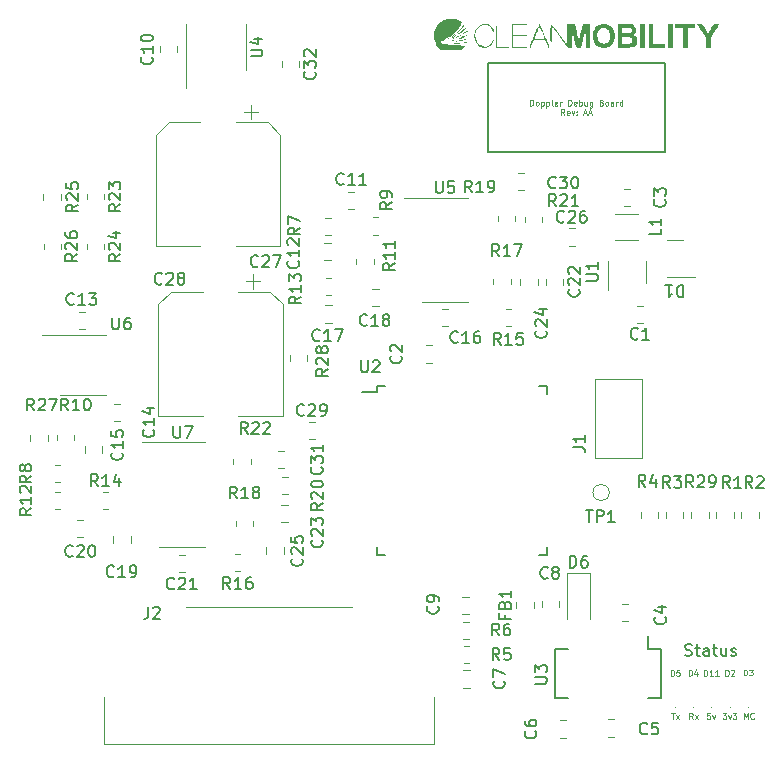
<source format=gbr>
%TF.GenerationSoftware,KiCad,Pcbnew,(6.0.10)*%
%TF.CreationDate,2023-02-03T08:49:19+00:00*%
%TF.ProjectId,Radar,52616461-722e-46b6-9963-61645f706362,rev?*%
%TF.SameCoordinates,Original*%
%TF.FileFunction,Legend,Top*%
%TF.FilePolarity,Positive*%
%FSLAX46Y46*%
G04 Gerber Fmt 4.6, Leading zero omitted, Abs format (unit mm)*
G04 Created by KiCad (PCBNEW (6.0.10)) date 2023-02-03 08:49:19*
%MOMM*%
%LPD*%
G01*
G04 APERTURE LIST*
%ADD10C,0.150000*%
%ADD11C,0.125000*%
%ADD12C,0.120000*%
%ADD13C,0.100000*%
G04 APERTURE END LIST*
D10*
X152440000Y-67070000D02*
X167440000Y-67070000D01*
X167440000Y-67070000D02*
X167440000Y-74570000D01*
X167440000Y-74570000D02*
X152440000Y-74570000D01*
X152440000Y-74570000D02*
X152440000Y-67070000D01*
D11*
X169808630Y-122576190D02*
X169641964Y-122338095D01*
X169522916Y-122576190D02*
X169522916Y-122076190D01*
X169713392Y-122076190D01*
X169761011Y-122100000D01*
X169784821Y-122123809D01*
X169808630Y-122171428D01*
X169808630Y-122242857D01*
X169784821Y-122290476D01*
X169761011Y-122314285D01*
X169713392Y-122338095D01*
X169522916Y-122338095D01*
X169975297Y-122576190D02*
X170237202Y-122242857D01*
X169975297Y-122242857D02*
X170237202Y-122576190D01*
D10*
X169153333Y-117194761D02*
X169296190Y-117242380D01*
X169534285Y-117242380D01*
X169629523Y-117194761D01*
X169677142Y-117147142D01*
X169724761Y-117051904D01*
X169724761Y-116956666D01*
X169677142Y-116861428D01*
X169629523Y-116813809D01*
X169534285Y-116766190D01*
X169343809Y-116718571D01*
X169248571Y-116670952D01*
X169200952Y-116623333D01*
X169153333Y-116528095D01*
X169153333Y-116432857D01*
X169200952Y-116337619D01*
X169248571Y-116290000D01*
X169343809Y-116242380D01*
X169581904Y-116242380D01*
X169724761Y-116290000D01*
X170010476Y-116575714D02*
X170391428Y-116575714D01*
X170153333Y-116242380D02*
X170153333Y-117099523D01*
X170200952Y-117194761D01*
X170296190Y-117242380D01*
X170391428Y-117242380D01*
X171153333Y-117242380D02*
X171153333Y-116718571D01*
X171105714Y-116623333D01*
X171010476Y-116575714D01*
X170820000Y-116575714D01*
X170724761Y-116623333D01*
X171153333Y-117194761D02*
X171058095Y-117242380D01*
X170820000Y-117242380D01*
X170724761Y-117194761D01*
X170677142Y-117099523D01*
X170677142Y-117004285D01*
X170724761Y-116909047D01*
X170820000Y-116861428D01*
X171058095Y-116861428D01*
X171153333Y-116813809D01*
X171486666Y-116575714D02*
X171867619Y-116575714D01*
X171629523Y-116242380D02*
X171629523Y-117099523D01*
X171677142Y-117194761D01*
X171772380Y-117242380D01*
X171867619Y-117242380D01*
X172629523Y-116575714D02*
X172629523Y-117242380D01*
X172200952Y-116575714D02*
X172200952Y-117099523D01*
X172248571Y-117194761D01*
X172343809Y-117242380D01*
X172486666Y-117242380D01*
X172581904Y-117194761D01*
X172629523Y-117147142D01*
X173058095Y-117194761D02*
X173153333Y-117242380D01*
X173343809Y-117242380D01*
X173439047Y-117194761D01*
X173486666Y-117099523D01*
X173486666Y-117051904D01*
X173439047Y-116956666D01*
X173343809Y-116909047D01*
X173200952Y-116909047D01*
X173105714Y-116861428D01*
X173058095Y-116766190D01*
X173058095Y-116718571D01*
X173105714Y-116623333D01*
X173200952Y-116575714D01*
X173343809Y-116575714D01*
X173439047Y-116623333D01*
D11*
X174125833Y-122566190D02*
X174125833Y-122066190D01*
X174292500Y-122423333D01*
X174459166Y-122066190D01*
X174459166Y-122566190D01*
X174982976Y-122518571D02*
X174959166Y-122542380D01*
X174887738Y-122566190D01*
X174840119Y-122566190D01*
X174768690Y-122542380D01*
X174721071Y-122494761D01*
X174697261Y-122447142D01*
X174673452Y-122351904D01*
X174673452Y-122280476D01*
X174697261Y-122185238D01*
X174721071Y-122137619D01*
X174768690Y-122090000D01*
X174840119Y-122066190D01*
X174887738Y-122066190D01*
X174959166Y-122090000D01*
X174982976Y-122113809D01*
X156023333Y-70643690D02*
X156023333Y-70143690D01*
X156142380Y-70143690D01*
X156213809Y-70167500D01*
X156261428Y-70215119D01*
X156285238Y-70262738D01*
X156309047Y-70357976D01*
X156309047Y-70429404D01*
X156285238Y-70524642D01*
X156261428Y-70572261D01*
X156213809Y-70619880D01*
X156142380Y-70643690D01*
X156023333Y-70643690D01*
X156594761Y-70643690D02*
X156547142Y-70619880D01*
X156523333Y-70596071D01*
X156499523Y-70548452D01*
X156499523Y-70405595D01*
X156523333Y-70357976D01*
X156547142Y-70334166D01*
X156594761Y-70310357D01*
X156666190Y-70310357D01*
X156713809Y-70334166D01*
X156737619Y-70357976D01*
X156761428Y-70405595D01*
X156761428Y-70548452D01*
X156737619Y-70596071D01*
X156713809Y-70619880D01*
X156666190Y-70643690D01*
X156594761Y-70643690D01*
X156975714Y-70310357D02*
X156975714Y-70810357D01*
X156975714Y-70334166D02*
X157023333Y-70310357D01*
X157118571Y-70310357D01*
X157166190Y-70334166D01*
X157190000Y-70357976D01*
X157213809Y-70405595D01*
X157213809Y-70548452D01*
X157190000Y-70596071D01*
X157166190Y-70619880D01*
X157118571Y-70643690D01*
X157023333Y-70643690D01*
X156975714Y-70619880D01*
X157428095Y-70310357D02*
X157428095Y-70810357D01*
X157428095Y-70334166D02*
X157475714Y-70310357D01*
X157570952Y-70310357D01*
X157618571Y-70334166D01*
X157642380Y-70357976D01*
X157666190Y-70405595D01*
X157666190Y-70548452D01*
X157642380Y-70596071D01*
X157618571Y-70619880D01*
X157570952Y-70643690D01*
X157475714Y-70643690D01*
X157428095Y-70619880D01*
X157951904Y-70643690D02*
X157904285Y-70619880D01*
X157880476Y-70572261D01*
X157880476Y-70143690D01*
X158332857Y-70619880D02*
X158285238Y-70643690D01*
X158190000Y-70643690D01*
X158142380Y-70619880D01*
X158118571Y-70572261D01*
X158118571Y-70381785D01*
X158142380Y-70334166D01*
X158190000Y-70310357D01*
X158285238Y-70310357D01*
X158332857Y-70334166D01*
X158356666Y-70381785D01*
X158356666Y-70429404D01*
X158118571Y-70477023D01*
X158570952Y-70643690D02*
X158570952Y-70310357D01*
X158570952Y-70405595D02*
X158594761Y-70357976D01*
X158618571Y-70334166D01*
X158666190Y-70310357D01*
X158713809Y-70310357D01*
X159261428Y-70643690D02*
X159261428Y-70143690D01*
X159380476Y-70143690D01*
X159451904Y-70167500D01*
X159499523Y-70215119D01*
X159523333Y-70262738D01*
X159547142Y-70357976D01*
X159547142Y-70429404D01*
X159523333Y-70524642D01*
X159499523Y-70572261D01*
X159451904Y-70619880D01*
X159380476Y-70643690D01*
X159261428Y-70643690D01*
X159951904Y-70619880D02*
X159904285Y-70643690D01*
X159809047Y-70643690D01*
X159761428Y-70619880D01*
X159737619Y-70572261D01*
X159737619Y-70381785D01*
X159761428Y-70334166D01*
X159809047Y-70310357D01*
X159904285Y-70310357D01*
X159951904Y-70334166D01*
X159975714Y-70381785D01*
X159975714Y-70429404D01*
X159737619Y-70477023D01*
X160190000Y-70643690D02*
X160190000Y-70143690D01*
X160190000Y-70334166D02*
X160237619Y-70310357D01*
X160332857Y-70310357D01*
X160380476Y-70334166D01*
X160404285Y-70357976D01*
X160428095Y-70405595D01*
X160428095Y-70548452D01*
X160404285Y-70596071D01*
X160380476Y-70619880D01*
X160332857Y-70643690D01*
X160237619Y-70643690D01*
X160190000Y-70619880D01*
X160856666Y-70310357D02*
X160856666Y-70643690D01*
X160642380Y-70310357D02*
X160642380Y-70572261D01*
X160666190Y-70619880D01*
X160713809Y-70643690D01*
X160785238Y-70643690D01*
X160832857Y-70619880D01*
X160856666Y-70596071D01*
X161309047Y-70310357D02*
X161309047Y-70715119D01*
X161285238Y-70762738D01*
X161261428Y-70786547D01*
X161213809Y-70810357D01*
X161142380Y-70810357D01*
X161094761Y-70786547D01*
X161309047Y-70619880D02*
X161261428Y-70643690D01*
X161166190Y-70643690D01*
X161118571Y-70619880D01*
X161094761Y-70596071D01*
X161070952Y-70548452D01*
X161070952Y-70405595D01*
X161094761Y-70357976D01*
X161118571Y-70334166D01*
X161166190Y-70310357D01*
X161261428Y-70310357D01*
X161309047Y-70334166D01*
X162094761Y-70381785D02*
X162166190Y-70405595D01*
X162190000Y-70429404D01*
X162213809Y-70477023D01*
X162213809Y-70548452D01*
X162190000Y-70596071D01*
X162166190Y-70619880D01*
X162118571Y-70643690D01*
X161928095Y-70643690D01*
X161928095Y-70143690D01*
X162094761Y-70143690D01*
X162142380Y-70167500D01*
X162166190Y-70191309D01*
X162190000Y-70238928D01*
X162190000Y-70286547D01*
X162166190Y-70334166D01*
X162142380Y-70357976D01*
X162094761Y-70381785D01*
X161928095Y-70381785D01*
X162499523Y-70643690D02*
X162451904Y-70619880D01*
X162428095Y-70596071D01*
X162404285Y-70548452D01*
X162404285Y-70405595D01*
X162428095Y-70357976D01*
X162451904Y-70334166D01*
X162499523Y-70310357D01*
X162570952Y-70310357D01*
X162618571Y-70334166D01*
X162642380Y-70357976D01*
X162666190Y-70405595D01*
X162666190Y-70548452D01*
X162642380Y-70596071D01*
X162618571Y-70619880D01*
X162570952Y-70643690D01*
X162499523Y-70643690D01*
X163094761Y-70643690D02*
X163094761Y-70381785D01*
X163070952Y-70334166D01*
X163023333Y-70310357D01*
X162928095Y-70310357D01*
X162880476Y-70334166D01*
X163094761Y-70619880D02*
X163047142Y-70643690D01*
X162928095Y-70643690D01*
X162880476Y-70619880D01*
X162856666Y-70572261D01*
X162856666Y-70524642D01*
X162880476Y-70477023D01*
X162928095Y-70453214D01*
X163047142Y-70453214D01*
X163094761Y-70429404D01*
X163332857Y-70643690D02*
X163332857Y-70310357D01*
X163332857Y-70405595D02*
X163356666Y-70357976D01*
X163380476Y-70334166D01*
X163428095Y-70310357D01*
X163475714Y-70310357D01*
X163856666Y-70643690D02*
X163856666Y-70143690D01*
X163856666Y-70619880D02*
X163809047Y-70643690D01*
X163713809Y-70643690D01*
X163666190Y-70619880D01*
X163642380Y-70596071D01*
X163618571Y-70548452D01*
X163618571Y-70405595D01*
X163642380Y-70357976D01*
X163666190Y-70334166D01*
X163713809Y-70310357D01*
X163809047Y-70310357D01*
X163856666Y-70334166D01*
X158951904Y-71448690D02*
X158785238Y-71210595D01*
X158666190Y-71448690D02*
X158666190Y-70948690D01*
X158856666Y-70948690D01*
X158904285Y-70972500D01*
X158928095Y-70996309D01*
X158951904Y-71043928D01*
X158951904Y-71115357D01*
X158928095Y-71162976D01*
X158904285Y-71186785D01*
X158856666Y-71210595D01*
X158666190Y-71210595D01*
X159356666Y-71424880D02*
X159309047Y-71448690D01*
X159213809Y-71448690D01*
X159166190Y-71424880D01*
X159142380Y-71377261D01*
X159142380Y-71186785D01*
X159166190Y-71139166D01*
X159213809Y-71115357D01*
X159309047Y-71115357D01*
X159356666Y-71139166D01*
X159380476Y-71186785D01*
X159380476Y-71234404D01*
X159142380Y-71282023D01*
X159547142Y-71115357D02*
X159666190Y-71448690D01*
X159785238Y-71115357D01*
X159975714Y-71401071D02*
X159999523Y-71424880D01*
X159975714Y-71448690D01*
X159951904Y-71424880D01*
X159975714Y-71401071D01*
X159975714Y-71448690D01*
X159975714Y-71139166D02*
X159999523Y-71162976D01*
X159975714Y-71186785D01*
X159951904Y-71162976D01*
X159975714Y-71139166D01*
X159975714Y-71186785D01*
X160570952Y-71305833D02*
X160809047Y-71305833D01*
X160523333Y-71448690D02*
X160690000Y-70948690D01*
X160856666Y-71448690D01*
X160999523Y-71305833D02*
X161237619Y-71305833D01*
X160951904Y-71448690D02*
X161118571Y-70948690D01*
X161285238Y-71448690D01*
X172341011Y-122086190D02*
X172650535Y-122086190D01*
X172483869Y-122276666D01*
X172555297Y-122276666D01*
X172602916Y-122300476D01*
X172626726Y-122324285D01*
X172650535Y-122371904D01*
X172650535Y-122490952D01*
X172626726Y-122538571D01*
X172602916Y-122562380D01*
X172555297Y-122586190D01*
X172412440Y-122586190D01*
X172364821Y-122562380D01*
X172341011Y-122538571D01*
X172817202Y-122252857D02*
X172936250Y-122586190D01*
X173055297Y-122252857D01*
X173198154Y-122086190D02*
X173507678Y-122086190D01*
X173341011Y-122276666D01*
X173412440Y-122276666D01*
X173460059Y-122300476D01*
X173483869Y-122324285D01*
X173507678Y-122371904D01*
X173507678Y-122490952D01*
X173483869Y-122538571D01*
X173460059Y-122562380D01*
X173412440Y-122586190D01*
X173269583Y-122586190D01*
X173221964Y-122562380D01*
X173198154Y-122538571D01*
X167991011Y-122096190D02*
X168276726Y-122096190D01*
X168133869Y-122596190D02*
X168133869Y-122096190D01*
X168395773Y-122596190D02*
X168657678Y-122262857D01*
X168395773Y-122262857D02*
X168657678Y-122596190D01*
X171284821Y-122086190D02*
X171046726Y-122086190D01*
X171022916Y-122324285D01*
X171046726Y-122300476D01*
X171094345Y-122276666D01*
X171213392Y-122276666D01*
X171261011Y-122300476D01*
X171284821Y-122324285D01*
X171308630Y-122371904D01*
X171308630Y-122490952D01*
X171284821Y-122538571D01*
X171261011Y-122562380D01*
X171213392Y-122586190D01*
X171094345Y-122586190D01*
X171046726Y-122562380D01*
X171022916Y-122538571D01*
X171475297Y-122252857D02*
X171594345Y-122586190D01*
X171713392Y-122252857D01*
D10*
%TO.C,R9*%
X144327380Y-78826666D02*
X143851190Y-79160000D01*
X144327380Y-79398095D02*
X143327380Y-79398095D01*
X143327380Y-79017142D01*
X143375000Y-78921904D01*
X143422619Y-78874285D01*
X143517857Y-78826666D01*
X143660714Y-78826666D01*
X143755952Y-78874285D01*
X143803571Y-78921904D01*
X143851190Y-79017142D01*
X143851190Y-79398095D01*
X144327380Y-78350476D02*
X144327380Y-78160000D01*
X144279761Y-78064761D01*
X144232142Y-78017142D01*
X144089285Y-77921904D01*
X143898809Y-77874285D01*
X143517857Y-77874285D01*
X143422619Y-77921904D01*
X143375000Y-77969523D01*
X143327380Y-78064761D01*
X143327380Y-78255238D01*
X143375000Y-78350476D01*
X143422619Y-78398095D01*
X143517857Y-78445714D01*
X143755952Y-78445714D01*
X143851190Y-78398095D01*
X143898809Y-78350476D01*
X143946428Y-78255238D01*
X143946428Y-78064761D01*
X143898809Y-77969523D01*
X143851190Y-77921904D01*
X143755952Y-77874285D01*
%TO.C,R2*%
X174863333Y-103032380D02*
X174530000Y-102556190D01*
X174291904Y-103032380D02*
X174291904Y-102032380D01*
X174672857Y-102032380D01*
X174768095Y-102080000D01*
X174815714Y-102127619D01*
X174863333Y-102222857D01*
X174863333Y-102365714D01*
X174815714Y-102460952D01*
X174768095Y-102508571D01*
X174672857Y-102556190D01*
X174291904Y-102556190D01*
X175244285Y-102127619D02*
X175291904Y-102080000D01*
X175387142Y-102032380D01*
X175625238Y-102032380D01*
X175720476Y-102080000D01*
X175768095Y-102127619D01*
X175815714Y-102222857D01*
X175815714Y-102318095D01*
X175768095Y-102460952D01*
X175196666Y-103032380D01*
X175815714Y-103032380D01*
D11*
%TO.C,D2*%
X172577202Y-118926190D02*
X172577202Y-118426190D01*
X172696250Y-118426190D01*
X172767678Y-118450000D01*
X172815297Y-118497619D01*
X172839107Y-118545238D01*
X172862916Y-118640476D01*
X172862916Y-118711904D01*
X172839107Y-118807142D01*
X172815297Y-118854761D01*
X172767678Y-118902380D01*
X172696250Y-118926190D01*
X172577202Y-118926190D01*
X173053392Y-118473809D02*
X173077202Y-118450000D01*
X173124821Y-118426190D01*
X173243869Y-118426190D01*
X173291488Y-118450000D01*
X173315297Y-118473809D01*
X173339107Y-118521428D01*
X173339107Y-118569047D01*
X173315297Y-118640476D01*
X173029583Y-118926190D01*
X173339107Y-118926190D01*
D10*
%TO.C,C9*%
X148207142Y-113036666D02*
X148254761Y-113084285D01*
X148302380Y-113227142D01*
X148302380Y-113322380D01*
X148254761Y-113465238D01*
X148159523Y-113560476D01*
X148064285Y-113608095D01*
X147873809Y-113655714D01*
X147730952Y-113655714D01*
X147540476Y-113608095D01*
X147445238Y-113560476D01*
X147350000Y-113465238D01*
X147302380Y-113322380D01*
X147302380Y-113227142D01*
X147350000Y-113084285D01*
X147397619Y-113036666D01*
X148302380Y-112560476D02*
X148302380Y-112370000D01*
X148254761Y-112274761D01*
X148207142Y-112227142D01*
X148064285Y-112131904D01*
X147873809Y-112084285D01*
X147492857Y-112084285D01*
X147397619Y-112131904D01*
X147350000Y-112179523D01*
X147302380Y-112274761D01*
X147302380Y-112465238D01*
X147350000Y-112560476D01*
X147397619Y-112608095D01*
X147492857Y-112655714D01*
X147730952Y-112655714D01*
X147826190Y-112608095D01*
X147873809Y-112560476D01*
X147921428Y-112465238D01*
X147921428Y-112274761D01*
X147873809Y-112179523D01*
X147826190Y-112131904D01*
X147730952Y-112084285D01*
%TO.C,C31*%
X138377142Y-101262857D02*
X138424761Y-101310476D01*
X138472380Y-101453333D01*
X138472380Y-101548571D01*
X138424761Y-101691428D01*
X138329523Y-101786666D01*
X138234285Y-101834285D01*
X138043809Y-101881904D01*
X137900952Y-101881904D01*
X137710476Y-101834285D01*
X137615238Y-101786666D01*
X137520000Y-101691428D01*
X137472380Y-101548571D01*
X137472380Y-101453333D01*
X137520000Y-101310476D01*
X137567619Y-101262857D01*
X137472380Y-100929523D02*
X137472380Y-100310476D01*
X137853333Y-100643809D01*
X137853333Y-100500952D01*
X137900952Y-100405714D01*
X137948571Y-100358095D01*
X138043809Y-100310476D01*
X138281904Y-100310476D01*
X138377142Y-100358095D01*
X138424761Y-100405714D01*
X138472380Y-100500952D01*
X138472380Y-100786666D01*
X138424761Y-100881904D01*
X138377142Y-100929523D01*
X138472380Y-99358095D02*
X138472380Y-99929523D01*
X138472380Y-99643809D02*
X137472380Y-99643809D01*
X137615238Y-99739047D01*
X137710476Y-99834285D01*
X137758095Y-99929523D01*
%TO.C,R1*%
X172953333Y-103022380D02*
X172620000Y-102546190D01*
X172381904Y-103022380D02*
X172381904Y-102022380D01*
X172762857Y-102022380D01*
X172858095Y-102070000D01*
X172905714Y-102117619D01*
X172953333Y-102212857D01*
X172953333Y-102355714D01*
X172905714Y-102450952D01*
X172858095Y-102498571D01*
X172762857Y-102546190D01*
X172381904Y-102546190D01*
X173905714Y-103022380D02*
X173334285Y-103022380D01*
X173620000Y-103022380D02*
X173620000Y-102022380D01*
X173524761Y-102165238D01*
X173429523Y-102260476D01*
X173334285Y-102308095D01*
%TO.C,R20*%
X138492380Y-104312857D02*
X138016190Y-104646190D01*
X138492380Y-104884285D02*
X137492380Y-104884285D01*
X137492380Y-104503333D01*
X137540000Y-104408095D01*
X137587619Y-104360476D01*
X137682857Y-104312857D01*
X137825714Y-104312857D01*
X137920952Y-104360476D01*
X137968571Y-104408095D01*
X138016190Y-104503333D01*
X138016190Y-104884285D01*
X137587619Y-103931904D02*
X137540000Y-103884285D01*
X137492380Y-103789047D01*
X137492380Y-103550952D01*
X137540000Y-103455714D01*
X137587619Y-103408095D01*
X137682857Y-103360476D01*
X137778095Y-103360476D01*
X137920952Y-103408095D01*
X138492380Y-103979523D01*
X138492380Y-103360476D01*
X137492380Y-102741428D02*
X137492380Y-102646190D01*
X137540000Y-102550952D01*
X137587619Y-102503333D01*
X137682857Y-102455714D01*
X137873333Y-102408095D01*
X138111428Y-102408095D01*
X138301904Y-102455714D01*
X138397142Y-102503333D01*
X138444761Y-102550952D01*
X138492380Y-102646190D01*
X138492380Y-102741428D01*
X138444761Y-102836666D01*
X138397142Y-102884285D01*
X138301904Y-102931904D01*
X138111428Y-102979523D01*
X137873333Y-102979523D01*
X137682857Y-102931904D01*
X137587619Y-102884285D01*
X137540000Y-102836666D01*
X137492380Y-102741428D01*
%TO.C,R4*%
X165803333Y-102912380D02*
X165470000Y-102436190D01*
X165231904Y-102912380D02*
X165231904Y-101912380D01*
X165612857Y-101912380D01*
X165708095Y-101960000D01*
X165755714Y-102007619D01*
X165803333Y-102102857D01*
X165803333Y-102245714D01*
X165755714Y-102340952D01*
X165708095Y-102388571D01*
X165612857Y-102436190D01*
X165231904Y-102436190D01*
X166660476Y-102245714D02*
X166660476Y-102912380D01*
X166422380Y-101864761D02*
X166184285Y-102579047D01*
X166803333Y-102579047D01*
%TO.C,R25*%
X117772380Y-79022857D02*
X117296190Y-79356190D01*
X117772380Y-79594285D02*
X116772380Y-79594285D01*
X116772380Y-79213333D01*
X116820000Y-79118095D01*
X116867619Y-79070476D01*
X116962857Y-79022857D01*
X117105714Y-79022857D01*
X117200952Y-79070476D01*
X117248571Y-79118095D01*
X117296190Y-79213333D01*
X117296190Y-79594285D01*
X116867619Y-78641904D02*
X116820000Y-78594285D01*
X116772380Y-78499047D01*
X116772380Y-78260952D01*
X116820000Y-78165714D01*
X116867619Y-78118095D01*
X116962857Y-78070476D01*
X117058095Y-78070476D01*
X117200952Y-78118095D01*
X117772380Y-78689523D01*
X117772380Y-78070476D01*
X116772380Y-77165714D02*
X116772380Y-77641904D01*
X117248571Y-77689523D01*
X117200952Y-77641904D01*
X117153333Y-77546666D01*
X117153333Y-77308571D01*
X117200952Y-77213333D01*
X117248571Y-77165714D01*
X117343809Y-77118095D01*
X117581904Y-77118095D01*
X117677142Y-77165714D01*
X117724761Y-77213333D01*
X117772380Y-77308571D01*
X117772380Y-77546666D01*
X117724761Y-77641904D01*
X117677142Y-77689523D01*
%TO.C,C4*%
X167457142Y-113956666D02*
X167504761Y-114004285D01*
X167552380Y-114147142D01*
X167552380Y-114242380D01*
X167504761Y-114385238D01*
X167409523Y-114480476D01*
X167314285Y-114528095D01*
X167123809Y-114575714D01*
X166980952Y-114575714D01*
X166790476Y-114528095D01*
X166695238Y-114480476D01*
X166600000Y-114385238D01*
X166552380Y-114242380D01*
X166552380Y-114147142D01*
X166600000Y-114004285D01*
X166647619Y-113956666D01*
X166885714Y-113099523D02*
X167552380Y-113099523D01*
X166504761Y-113337619D02*
X167219047Y-113575714D01*
X167219047Y-112956666D01*
D11*
%TO.C,D5*%
X167947202Y-118926190D02*
X167947202Y-118426190D01*
X168066250Y-118426190D01*
X168137678Y-118450000D01*
X168185297Y-118497619D01*
X168209107Y-118545238D01*
X168232916Y-118640476D01*
X168232916Y-118711904D01*
X168209107Y-118807142D01*
X168185297Y-118854761D01*
X168137678Y-118902380D01*
X168066250Y-118926190D01*
X167947202Y-118926190D01*
X168685297Y-118426190D02*
X168447202Y-118426190D01*
X168423392Y-118664285D01*
X168447202Y-118640476D01*
X168494821Y-118616666D01*
X168613869Y-118616666D01*
X168661488Y-118640476D01*
X168685297Y-118664285D01*
X168709107Y-118711904D01*
X168709107Y-118830952D01*
X168685297Y-118878571D01*
X168661488Y-118902380D01*
X168613869Y-118926190D01*
X168494821Y-118926190D01*
X168447202Y-118902380D01*
X168423392Y-118878571D01*
D10*
%TO.C,R19*%
X151117142Y-77992380D02*
X150783809Y-77516190D01*
X150545714Y-77992380D02*
X150545714Y-76992380D01*
X150926666Y-76992380D01*
X151021904Y-77040000D01*
X151069523Y-77087619D01*
X151117142Y-77182857D01*
X151117142Y-77325714D01*
X151069523Y-77420952D01*
X151021904Y-77468571D01*
X150926666Y-77516190D01*
X150545714Y-77516190D01*
X152069523Y-77992380D02*
X151498095Y-77992380D01*
X151783809Y-77992380D02*
X151783809Y-76992380D01*
X151688571Y-77135238D01*
X151593333Y-77230476D01*
X151498095Y-77278095D01*
X152545714Y-77992380D02*
X152736190Y-77992380D01*
X152831428Y-77944761D01*
X152879047Y-77897142D01*
X152974285Y-77754285D01*
X153021904Y-77563809D01*
X153021904Y-77182857D01*
X152974285Y-77087619D01*
X152926666Y-77040000D01*
X152831428Y-76992380D01*
X152640952Y-76992380D01*
X152545714Y-77040000D01*
X152498095Y-77087619D01*
X152450476Y-77182857D01*
X152450476Y-77420952D01*
X152498095Y-77516190D01*
X152545714Y-77563809D01*
X152640952Y-77611428D01*
X152831428Y-77611428D01*
X152926666Y-77563809D01*
X152974285Y-77516190D01*
X153021904Y-77420952D01*
%TO.C,C17*%
X138222142Y-90497142D02*
X138174523Y-90544761D01*
X138031666Y-90592380D01*
X137936428Y-90592380D01*
X137793571Y-90544761D01*
X137698333Y-90449523D01*
X137650714Y-90354285D01*
X137603095Y-90163809D01*
X137603095Y-90020952D01*
X137650714Y-89830476D01*
X137698333Y-89735238D01*
X137793571Y-89640000D01*
X137936428Y-89592380D01*
X138031666Y-89592380D01*
X138174523Y-89640000D01*
X138222142Y-89687619D01*
X139174523Y-90592380D02*
X138603095Y-90592380D01*
X138888809Y-90592380D02*
X138888809Y-89592380D01*
X138793571Y-89735238D01*
X138698333Y-89830476D01*
X138603095Y-89878095D01*
X139507857Y-89592380D02*
X140174523Y-89592380D01*
X139745952Y-90592380D01*
%TO.C,R7*%
X136557380Y-80976666D02*
X136081190Y-81310000D01*
X136557380Y-81548095D02*
X135557380Y-81548095D01*
X135557380Y-81167142D01*
X135605000Y-81071904D01*
X135652619Y-81024285D01*
X135747857Y-80976666D01*
X135890714Y-80976666D01*
X135985952Y-81024285D01*
X136033571Y-81071904D01*
X136081190Y-81167142D01*
X136081190Y-81548095D01*
X135557380Y-80643333D02*
X135557380Y-79976666D01*
X136557380Y-80405238D01*
%TO.C,C12*%
X136392142Y-83792857D02*
X136439761Y-83840476D01*
X136487380Y-83983333D01*
X136487380Y-84078571D01*
X136439761Y-84221428D01*
X136344523Y-84316666D01*
X136249285Y-84364285D01*
X136058809Y-84411904D01*
X135915952Y-84411904D01*
X135725476Y-84364285D01*
X135630238Y-84316666D01*
X135535000Y-84221428D01*
X135487380Y-84078571D01*
X135487380Y-83983333D01*
X135535000Y-83840476D01*
X135582619Y-83792857D01*
X136487380Y-82840476D02*
X136487380Y-83411904D01*
X136487380Y-83126190D02*
X135487380Y-83126190D01*
X135630238Y-83221428D01*
X135725476Y-83316666D01*
X135773095Y-83411904D01*
X135582619Y-82459523D02*
X135535000Y-82411904D01*
X135487380Y-82316666D01*
X135487380Y-82078571D01*
X135535000Y-81983333D01*
X135582619Y-81935714D01*
X135677857Y-81888095D01*
X135773095Y-81888095D01*
X135915952Y-81935714D01*
X136487380Y-82507142D01*
X136487380Y-81888095D01*
%TO.C,C18*%
X142222142Y-89217142D02*
X142174523Y-89264761D01*
X142031666Y-89312380D01*
X141936428Y-89312380D01*
X141793571Y-89264761D01*
X141698333Y-89169523D01*
X141650714Y-89074285D01*
X141603095Y-88883809D01*
X141603095Y-88740952D01*
X141650714Y-88550476D01*
X141698333Y-88455238D01*
X141793571Y-88360000D01*
X141936428Y-88312380D01*
X142031666Y-88312380D01*
X142174523Y-88360000D01*
X142222142Y-88407619D01*
X143174523Y-89312380D02*
X142603095Y-89312380D01*
X142888809Y-89312380D02*
X142888809Y-88312380D01*
X142793571Y-88455238D01*
X142698333Y-88550476D01*
X142603095Y-88598095D01*
X143745952Y-88740952D02*
X143650714Y-88693333D01*
X143603095Y-88645714D01*
X143555476Y-88550476D01*
X143555476Y-88502857D01*
X143603095Y-88407619D01*
X143650714Y-88360000D01*
X143745952Y-88312380D01*
X143936428Y-88312380D01*
X144031666Y-88360000D01*
X144079285Y-88407619D01*
X144126904Y-88502857D01*
X144126904Y-88550476D01*
X144079285Y-88645714D01*
X144031666Y-88693333D01*
X143936428Y-88740952D01*
X143745952Y-88740952D01*
X143650714Y-88788571D01*
X143603095Y-88836190D01*
X143555476Y-88931428D01*
X143555476Y-89121904D01*
X143603095Y-89217142D01*
X143650714Y-89264761D01*
X143745952Y-89312380D01*
X143936428Y-89312380D01*
X144031666Y-89264761D01*
X144079285Y-89217142D01*
X144126904Y-89121904D01*
X144126904Y-88931428D01*
X144079285Y-88836190D01*
X144031666Y-88788571D01*
X143936428Y-88740952D01*
%TO.C,R3*%
X167883333Y-103002380D02*
X167550000Y-102526190D01*
X167311904Y-103002380D02*
X167311904Y-102002380D01*
X167692857Y-102002380D01*
X167788095Y-102050000D01*
X167835714Y-102097619D01*
X167883333Y-102192857D01*
X167883333Y-102335714D01*
X167835714Y-102430952D01*
X167788095Y-102478571D01*
X167692857Y-102526190D01*
X167311904Y-102526190D01*
X168216666Y-102002380D02*
X168835714Y-102002380D01*
X168502380Y-102383333D01*
X168645238Y-102383333D01*
X168740476Y-102430952D01*
X168788095Y-102478571D01*
X168835714Y-102573809D01*
X168835714Y-102811904D01*
X168788095Y-102907142D01*
X168740476Y-102954761D01*
X168645238Y-103002380D01*
X168359523Y-103002380D01*
X168264285Y-102954761D01*
X168216666Y-102907142D01*
%TO.C,R21*%
X158227142Y-79162380D02*
X157893809Y-78686190D01*
X157655714Y-79162380D02*
X157655714Y-78162380D01*
X158036666Y-78162380D01*
X158131904Y-78210000D01*
X158179523Y-78257619D01*
X158227142Y-78352857D01*
X158227142Y-78495714D01*
X158179523Y-78590952D01*
X158131904Y-78638571D01*
X158036666Y-78686190D01*
X157655714Y-78686190D01*
X158608095Y-78257619D02*
X158655714Y-78210000D01*
X158750952Y-78162380D01*
X158989047Y-78162380D01*
X159084285Y-78210000D01*
X159131904Y-78257619D01*
X159179523Y-78352857D01*
X159179523Y-78448095D01*
X159131904Y-78590952D01*
X158560476Y-79162380D01*
X159179523Y-79162380D01*
X160131904Y-79162380D02*
X159560476Y-79162380D01*
X159846190Y-79162380D02*
X159846190Y-78162380D01*
X159750952Y-78305238D01*
X159655714Y-78400476D01*
X159560476Y-78448095D01*
%TO.C,R22*%
X132117142Y-98452380D02*
X131783809Y-97976190D01*
X131545714Y-98452380D02*
X131545714Y-97452380D01*
X131926666Y-97452380D01*
X132021904Y-97500000D01*
X132069523Y-97547619D01*
X132117142Y-97642857D01*
X132117142Y-97785714D01*
X132069523Y-97880952D01*
X132021904Y-97928571D01*
X131926666Y-97976190D01*
X131545714Y-97976190D01*
X132498095Y-97547619D02*
X132545714Y-97500000D01*
X132640952Y-97452380D01*
X132879047Y-97452380D01*
X132974285Y-97500000D01*
X133021904Y-97547619D01*
X133069523Y-97642857D01*
X133069523Y-97738095D01*
X133021904Y-97880952D01*
X132450476Y-98452380D01*
X133069523Y-98452380D01*
X133450476Y-97547619D02*
X133498095Y-97500000D01*
X133593333Y-97452380D01*
X133831428Y-97452380D01*
X133926666Y-97500000D01*
X133974285Y-97547619D01*
X134021904Y-97642857D01*
X134021904Y-97738095D01*
X133974285Y-97880952D01*
X133402857Y-98452380D01*
X134021904Y-98452380D01*
%TO.C,R17*%
X153412142Y-83402380D02*
X153078809Y-82926190D01*
X152840714Y-83402380D02*
X152840714Y-82402380D01*
X153221666Y-82402380D01*
X153316904Y-82450000D01*
X153364523Y-82497619D01*
X153412142Y-82592857D01*
X153412142Y-82735714D01*
X153364523Y-82830952D01*
X153316904Y-82878571D01*
X153221666Y-82926190D01*
X152840714Y-82926190D01*
X154364523Y-83402380D02*
X153793095Y-83402380D01*
X154078809Y-83402380D02*
X154078809Y-82402380D01*
X153983571Y-82545238D01*
X153888333Y-82640476D01*
X153793095Y-82688095D01*
X154697857Y-82402380D02*
X155364523Y-82402380D01*
X154935952Y-83402380D01*
%TO.C,C8*%
X157533333Y-110607142D02*
X157485714Y-110654761D01*
X157342857Y-110702380D01*
X157247619Y-110702380D01*
X157104761Y-110654761D01*
X157009523Y-110559523D01*
X156961904Y-110464285D01*
X156914285Y-110273809D01*
X156914285Y-110130952D01*
X156961904Y-109940476D01*
X157009523Y-109845238D01*
X157104761Y-109750000D01*
X157247619Y-109702380D01*
X157342857Y-109702380D01*
X157485714Y-109750000D01*
X157533333Y-109797619D01*
X158104761Y-110130952D02*
X158009523Y-110083333D01*
X157961904Y-110035714D01*
X157914285Y-109940476D01*
X157914285Y-109892857D01*
X157961904Y-109797619D01*
X158009523Y-109750000D01*
X158104761Y-109702380D01*
X158295238Y-109702380D01*
X158390476Y-109750000D01*
X158438095Y-109797619D01*
X158485714Y-109892857D01*
X158485714Y-109940476D01*
X158438095Y-110035714D01*
X158390476Y-110083333D01*
X158295238Y-110130952D01*
X158104761Y-110130952D01*
X158009523Y-110178571D01*
X157961904Y-110226190D01*
X157914285Y-110321428D01*
X157914285Y-110511904D01*
X157961904Y-110607142D01*
X158009523Y-110654761D01*
X158104761Y-110702380D01*
X158295238Y-110702380D01*
X158390476Y-110654761D01*
X158438095Y-110607142D01*
X158485714Y-110511904D01*
X158485714Y-110321428D01*
X158438095Y-110226190D01*
X158390476Y-110178571D01*
X158295238Y-110130952D01*
%TO.C,C1*%
X165173333Y-90367142D02*
X165125714Y-90414761D01*
X164982857Y-90462380D01*
X164887619Y-90462380D01*
X164744761Y-90414761D01*
X164649523Y-90319523D01*
X164601904Y-90224285D01*
X164554285Y-90033809D01*
X164554285Y-89890952D01*
X164601904Y-89700476D01*
X164649523Y-89605238D01*
X164744761Y-89510000D01*
X164887619Y-89462380D01*
X164982857Y-89462380D01*
X165125714Y-89510000D01*
X165173333Y-89557619D01*
X166125714Y-90462380D02*
X165554285Y-90462380D01*
X165840000Y-90462380D02*
X165840000Y-89462380D01*
X165744761Y-89605238D01*
X165649523Y-89700476D01*
X165554285Y-89748095D01*
%TO.C,C15*%
X121477142Y-100022857D02*
X121524761Y-100070476D01*
X121572380Y-100213333D01*
X121572380Y-100308571D01*
X121524761Y-100451428D01*
X121429523Y-100546666D01*
X121334285Y-100594285D01*
X121143809Y-100641904D01*
X121000952Y-100641904D01*
X120810476Y-100594285D01*
X120715238Y-100546666D01*
X120620000Y-100451428D01*
X120572380Y-100308571D01*
X120572380Y-100213333D01*
X120620000Y-100070476D01*
X120667619Y-100022857D01*
X121572380Y-99070476D02*
X121572380Y-99641904D01*
X121572380Y-99356190D02*
X120572380Y-99356190D01*
X120715238Y-99451428D01*
X120810476Y-99546666D01*
X120858095Y-99641904D01*
X120572380Y-98165714D02*
X120572380Y-98641904D01*
X121048571Y-98689523D01*
X121000952Y-98641904D01*
X120953333Y-98546666D01*
X120953333Y-98308571D01*
X121000952Y-98213333D01*
X121048571Y-98165714D01*
X121143809Y-98118095D01*
X121381904Y-98118095D01*
X121477142Y-98165714D01*
X121524761Y-98213333D01*
X121572380Y-98308571D01*
X121572380Y-98546666D01*
X121524761Y-98641904D01*
X121477142Y-98689523D01*
%TO.C,C13*%
X117407142Y-87427142D02*
X117359523Y-87474761D01*
X117216666Y-87522380D01*
X117121428Y-87522380D01*
X116978571Y-87474761D01*
X116883333Y-87379523D01*
X116835714Y-87284285D01*
X116788095Y-87093809D01*
X116788095Y-86950952D01*
X116835714Y-86760476D01*
X116883333Y-86665238D01*
X116978571Y-86570000D01*
X117121428Y-86522380D01*
X117216666Y-86522380D01*
X117359523Y-86570000D01*
X117407142Y-86617619D01*
X118359523Y-87522380D02*
X117788095Y-87522380D01*
X118073809Y-87522380D02*
X118073809Y-86522380D01*
X117978571Y-86665238D01*
X117883333Y-86760476D01*
X117788095Y-86808095D01*
X118692857Y-86522380D02*
X119311904Y-86522380D01*
X118978571Y-86903333D01*
X119121428Y-86903333D01*
X119216666Y-86950952D01*
X119264285Y-86998571D01*
X119311904Y-87093809D01*
X119311904Y-87331904D01*
X119264285Y-87427142D01*
X119216666Y-87474761D01*
X119121428Y-87522380D01*
X118835714Y-87522380D01*
X118740476Y-87474761D01*
X118692857Y-87427142D01*
%TO.C,C3*%
X167427142Y-78596666D02*
X167474761Y-78644285D01*
X167522380Y-78787142D01*
X167522380Y-78882380D01*
X167474761Y-79025238D01*
X167379523Y-79120476D01*
X167284285Y-79168095D01*
X167093809Y-79215714D01*
X166950952Y-79215714D01*
X166760476Y-79168095D01*
X166665238Y-79120476D01*
X166570000Y-79025238D01*
X166522380Y-78882380D01*
X166522380Y-78787142D01*
X166570000Y-78644285D01*
X166617619Y-78596666D01*
X166522380Y-78263333D02*
X166522380Y-77644285D01*
X166903333Y-77977619D01*
X166903333Y-77834761D01*
X166950952Y-77739523D01*
X166998571Y-77691904D01*
X167093809Y-77644285D01*
X167331904Y-77644285D01*
X167427142Y-77691904D01*
X167474761Y-77739523D01*
X167522380Y-77834761D01*
X167522380Y-78120476D01*
X167474761Y-78215714D01*
X167427142Y-78263333D01*
%TO.C,U5*%
X148053095Y-77042380D02*
X148053095Y-77851904D01*
X148100714Y-77947142D01*
X148148333Y-77994761D01*
X148243571Y-78042380D01*
X148434047Y-78042380D01*
X148529285Y-77994761D01*
X148576904Y-77947142D01*
X148624523Y-77851904D01*
X148624523Y-77042380D01*
X149576904Y-77042380D02*
X149100714Y-77042380D01*
X149053095Y-77518571D01*
X149100714Y-77470952D01*
X149195952Y-77423333D01*
X149434047Y-77423333D01*
X149529285Y-77470952D01*
X149576904Y-77518571D01*
X149624523Y-77613809D01*
X149624523Y-77851904D01*
X149576904Y-77947142D01*
X149529285Y-77994761D01*
X149434047Y-78042380D01*
X149195952Y-78042380D01*
X149100714Y-77994761D01*
X149053095Y-77947142D01*
%TO.C,R14*%
X119437142Y-102872380D02*
X119103809Y-102396190D01*
X118865714Y-102872380D02*
X118865714Y-101872380D01*
X119246666Y-101872380D01*
X119341904Y-101920000D01*
X119389523Y-101967619D01*
X119437142Y-102062857D01*
X119437142Y-102205714D01*
X119389523Y-102300952D01*
X119341904Y-102348571D01*
X119246666Y-102396190D01*
X118865714Y-102396190D01*
X120389523Y-102872380D02*
X119818095Y-102872380D01*
X120103809Y-102872380D02*
X120103809Y-101872380D01*
X120008571Y-102015238D01*
X119913333Y-102110476D01*
X119818095Y-102158095D01*
X121246666Y-102205714D02*
X121246666Y-102872380D01*
X121008571Y-101824761D02*
X120770476Y-102539047D01*
X121389523Y-102539047D01*
%TO.C,C20*%
X117307142Y-108777142D02*
X117259523Y-108824761D01*
X117116666Y-108872380D01*
X117021428Y-108872380D01*
X116878571Y-108824761D01*
X116783333Y-108729523D01*
X116735714Y-108634285D01*
X116688095Y-108443809D01*
X116688095Y-108300952D01*
X116735714Y-108110476D01*
X116783333Y-108015238D01*
X116878571Y-107920000D01*
X117021428Y-107872380D01*
X117116666Y-107872380D01*
X117259523Y-107920000D01*
X117307142Y-107967619D01*
X117688095Y-107967619D02*
X117735714Y-107920000D01*
X117830952Y-107872380D01*
X118069047Y-107872380D01*
X118164285Y-107920000D01*
X118211904Y-107967619D01*
X118259523Y-108062857D01*
X118259523Y-108158095D01*
X118211904Y-108300952D01*
X117640476Y-108872380D01*
X118259523Y-108872380D01*
X118878571Y-107872380D02*
X118973809Y-107872380D01*
X119069047Y-107920000D01*
X119116666Y-107967619D01*
X119164285Y-108062857D01*
X119211904Y-108253333D01*
X119211904Y-108491428D01*
X119164285Y-108681904D01*
X119116666Y-108777142D01*
X119069047Y-108824761D01*
X118973809Y-108872380D01*
X118878571Y-108872380D01*
X118783333Y-108824761D01*
X118735714Y-108777142D01*
X118688095Y-108681904D01*
X118640476Y-108491428D01*
X118640476Y-108253333D01*
X118688095Y-108062857D01*
X118735714Y-107967619D01*
X118783333Y-107920000D01*
X118878571Y-107872380D01*
%TO.C,R8*%
X113812380Y-101976666D02*
X113336190Y-102310000D01*
X113812380Y-102548095D02*
X112812380Y-102548095D01*
X112812380Y-102167142D01*
X112860000Y-102071904D01*
X112907619Y-102024285D01*
X113002857Y-101976666D01*
X113145714Y-101976666D01*
X113240952Y-102024285D01*
X113288571Y-102071904D01*
X113336190Y-102167142D01*
X113336190Y-102548095D01*
X113240952Y-101405238D02*
X113193333Y-101500476D01*
X113145714Y-101548095D01*
X113050476Y-101595714D01*
X113002857Y-101595714D01*
X112907619Y-101548095D01*
X112860000Y-101500476D01*
X112812380Y-101405238D01*
X112812380Y-101214761D01*
X112860000Y-101119523D01*
X112907619Y-101071904D01*
X113002857Y-101024285D01*
X113050476Y-101024285D01*
X113145714Y-101071904D01*
X113193333Y-101119523D01*
X113240952Y-101214761D01*
X113240952Y-101405238D01*
X113288571Y-101500476D01*
X113336190Y-101548095D01*
X113431428Y-101595714D01*
X113621904Y-101595714D01*
X113717142Y-101548095D01*
X113764761Y-101500476D01*
X113812380Y-101405238D01*
X113812380Y-101214761D01*
X113764761Y-101119523D01*
X113717142Y-101071904D01*
X113621904Y-101024285D01*
X113431428Y-101024285D01*
X113336190Y-101071904D01*
X113288571Y-101119523D01*
X113240952Y-101214761D01*
D11*
%TO.C,D11*%
X170752857Y-118926190D02*
X170752857Y-118426190D01*
X170871904Y-118426190D01*
X170943333Y-118450000D01*
X170990952Y-118497619D01*
X171014761Y-118545238D01*
X171038571Y-118640476D01*
X171038571Y-118711904D01*
X171014761Y-118807142D01*
X170990952Y-118854761D01*
X170943333Y-118902380D01*
X170871904Y-118926190D01*
X170752857Y-118926190D01*
X171514761Y-118926190D02*
X171229047Y-118926190D01*
X171371904Y-118926190D02*
X171371904Y-118426190D01*
X171324285Y-118497619D01*
X171276666Y-118545238D01*
X171229047Y-118569047D01*
X171990952Y-118926190D02*
X171705238Y-118926190D01*
X171848095Y-118926190D02*
X171848095Y-118426190D01*
X171800476Y-118497619D01*
X171752857Y-118545238D01*
X171705238Y-118569047D01*
D10*
%TO.C,C27*%
X132997142Y-84227142D02*
X132949523Y-84274761D01*
X132806666Y-84322380D01*
X132711428Y-84322380D01*
X132568571Y-84274761D01*
X132473333Y-84179523D01*
X132425714Y-84084285D01*
X132378095Y-83893809D01*
X132378095Y-83750952D01*
X132425714Y-83560476D01*
X132473333Y-83465238D01*
X132568571Y-83370000D01*
X132711428Y-83322380D01*
X132806666Y-83322380D01*
X132949523Y-83370000D01*
X132997142Y-83417619D01*
X133378095Y-83417619D02*
X133425714Y-83370000D01*
X133520952Y-83322380D01*
X133759047Y-83322380D01*
X133854285Y-83370000D01*
X133901904Y-83417619D01*
X133949523Y-83512857D01*
X133949523Y-83608095D01*
X133901904Y-83750952D01*
X133330476Y-84322380D01*
X133949523Y-84322380D01*
X134282857Y-83322380D02*
X134949523Y-83322380D01*
X134520952Y-84322380D01*
%TO.C,J2*%
X123706666Y-113092380D02*
X123706666Y-113806666D01*
X123659047Y-113949523D01*
X123563809Y-114044761D01*
X123420952Y-114092380D01*
X123325714Y-114092380D01*
X124135238Y-113187619D02*
X124182857Y-113140000D01*
X124278095Y-113092380D01*
X124516190Y-113092380D01*
X124611428Y-113140000D01*
X124659047Y-113187619D01*
X124706666Y-113282857D01*
X124706666Y-113378095D01*
X124659047Y-113520952D01*
X124087619Y-114092380D01*
X124706666Y-114092380D01*
%TO.C,L1*%
X167122380Y-81066666D02*
X167122380Y-81542857D01*
X166122380Y-81542857D01*
X167122380Y-80209523D02*
X167122380Y-80780952D01*
X167122380Y-80495238D02*
X166122380Y-80495238D01*
X166265238Y-80590476D01*
X166360476Y-80685714D01*
X166408095Y-80780952D01*
%TO.C,R12*%
X113812380Y-104742857D02*
X113336190Y-105076190D01*
X113812380Y-105314285D02*
X112812380Y-105314285D01*
X112812380Y-104933333D01*
X112860000Y-104838095D01*
X112907619Y-104790476D01*
X113002857Y-104742857D01*
X113145714Y-104742857D01*
X113240952Y-104790476D01*
X113288571Y-104838095D01*
X113336190Y-104933333D01*
X113336190Y-105314285D01*
X113812380Y-103790476D02*
X113812380Y-104361904D01*
X113812380Y-104076190D02*
X112812380Y-104076190D01*
X112955238Y-104171428D01*
X113050476Y-104266666D01*
X113098095Y-104361904D01*
X112907619Y-103409523D02*
X112860000Y-103361904D01*
X112812380Y-103266666D01*
X112812380Y-103028571D01*
X112860000Y-102933333D01*
X112907619Y-102885714D01*
X113002857Y-102838095D01*
X113098095Y-102838095D01*
X113240952Y-102885714D01*
X113812380Y-103457142D01*
X113812380Y-102838095D01*
%TO.C,C14*%
X124137142Y-98082857D02*
X124184761Y-98130476D01*
X124232380Y-98273333D01*
X124232380Y-98368571D01*
X124184761Y-98511428D01*
X124089523Y-98606666D01*
X123994285Y-98654285D01*
X123803809Y-98701904D01*
X123660952Y-98701904D01*
X123470476Y-98654285D01*
X123375238Y-98606666D01*
X123280000Y-98511428D01*
X123232380Y-98368571D01*
X123232380Y-98273333D01*
X123280000Y-98130476D01*
X123327619Y-98082857D01*
X124232380Y-97130476D02*
X124232380Y-97701904D01*
X124232380Y-97416190D02*
X123232380Y-97416190D01*
X123375238Y-97511428D01*
X123470476Y-97606666D01*
X123518095Y-97701904D01*
X123565714Y-96273333D02*
X124232380Y-96273333D01*
X123184761Y-96511428D02*
X123899047Y-96749523D01*
X123899047Y-96130476D01*
%TO.C,C7*%
X153807142Y-119366666D02*
X153854761Y-119414285D01*
X153902380Y-119557142D01*
X153902380Y-119652380D01*
X153854761Y-119795238D01*
X153759523Y-119890476D01*
X153664285Y-119938095D01*
X153473809Y-119985714D01*
X153330952Y-119985714D01*
X153140476Y-119938095D01*
X153045238Y-119890476D01*
X152950000Y-119795238D01*
X152902380Y-119652380D01*
X152902380Y-119557142D01*
X152950000Y-119414285D01*
X152997619Y-119366666D01*
X152902380Y-119033333D02*
X152902380Y-118366666D01*
X153902380Y-118795238D01*
%TO.C,R28*%
X138932380Y-92942857D02*
X138456190Y-93276190D01*
X138932380Y-93514285D02*
X137932380Y-93514285D01*
X137932380Y-93133333D01*
X137980000Y-93038095D01*
X138027619Y-92990476D01*
X138122857Y-92942857D01*
X138265714Y-92942857D01*
X138360952Y-92990476D01*
X138408571Y-93038095D01*
X138456190Y-93133333D01*
X138456190Y-93514285D01*
X138027619Y-92561904D02*
X137980000Y-92514285D01*
X137932380Y-92419047D01*
X137932380Y-92180952D01*
X137980000Y-92085714D01*
X138027619Y-92038095D01*
X138122857Y-91990476D01*
X138218095Y-91990476D01*
X138360952Y-92038095D01*
X138932380Y-92609523D01*
X138932380Y-91990476D01*
X138360952Y-91419047D02*
X138313333Y-91514285D01*
X138265714Y-91561904D01*
X138170476Y-91609523D01*
X138122857Y-91609523D01*
X138027619Y-91561904D01*
X137980000Y-91514285D01*
X137932380Y-91419047D01*
X137932380Y-91228571D01*
X137980000Y-91133333D01*
X138027619Y-91085714D01*
X138122857Y-91038095D01*
X138170476Y-91038095D01*
X138265714Y-91085714D01*
X138313333Y-91133333D01*
X138360952Y-91228571D01*
X138360952Y-91419047D01*
X138408571Y-91514285D01*
X138456190Y-91561904D01*
X138551428Y-91609523D01*
X138741904Y-91609523D01*
X138837142Y-91561904D01*
X138884761Y-91514285D01*
X138932380Y-91419047D01*
X138932380Y-91228571D01*
X138884761Y-91133333D01*
X138837142Y-91085714D01*
X138741904Y-91038095D01*
X138551428Y-91038095D01*
X138456190Y-91085714D01*
X138408571Y-91133333D01*
X138360952Y-91228571D01*
%TO.C,D1*%
X169008095Y-85877619D02*
X169008095Y-86877619D01*
X168770000Y-86877619D01*
X168627142Y-86830000D01*
X168531904Y-86734761D01*
X168484285Y-86639523D01*
X168436666Y-86449047D01*
X168436666Y-86306190D01*
X168484285Y-86115714D01*
X168531904Y-86020476D01*
X168627142Y-85925238D01*
X168770000Y-85877619D01*
X169008095Y-85877619D01*
X167484285Y-85877619D02*
X168055714Y-85877619D01*
X167770000Y-85877619D02*
X167770000Y-86877619D01*
X167865238Y-86734761D01*
X167960476Y-86639523D01*
X168055714Y-86591904D01*
%TO.C,C24*%
X157362142Y-89702857D02*
X157409761Y-89750476D01*
X157457380Y-89893333D01*
X157457380Y-89988571D01*
X157409761Y-90131428D01*
X157314523Y-90226666D01*
X157219285Y-90274285D01*
X157028809Y-90321904D01*
X156885952Y-90321904D01*
X156695476Y-90274285D01*
X156600238Y-90226666D01*
X156505000Y-90131428D01*
X156457380Y-89988571D01*
X156457380Y-89893333D01*
X156505000Y-89750476D01*
X156552619Y-89702857D01*
X156552619Y-89321904D02*
X156505000Y-89274285D01*
X156457380Y-89179047D01*
X156457380Y-88940952D01*
X156505000Y-88845714D01*
X156552619Y-88798095D01*
X156647857Y-88750476D01*
X156743095Y-88750476D01*
X156885952Y-88798095D01*
X157457380Y-89369523D01*
X157457380Y-88750476D01*
X156790714Y-87893333D02*
X157457380Y-87893333D01*
X156409761Y-88131428D02*
X157124047Y-88369523D01*
X157124047Y-87750476D01*
%TO.C,FB1*%
X153898571Y-113753333D02*
X153898571Y-114086666D01*
X154422380Y-114086666D02*
X153422380Y-114086666D01*
X153422380Y-113610476D01*
X153898571Y-112896190D02*
X153946190Y-112753333D01*
X153993809Y-112705714D01*
X154089047Y-112658095D01*
X154231904Y-112658095D01*
X154327142Y-112705714D01*
X154374761Y-112753333D01*
X154422380Y-112848571D01*
X154422380Y-113229523D01*
X153422380Y-113229523D01*
X153422380Y-112896190D01*
X153470000Y-112800952D01*
X153517619Y-112753333D01*
X153612857Y-112705714D01*
X153708095Y-112705714D01*
X153803333Y-112753333D01*
X153850952Y-112800952D01*
X153898571Y-112896190D01*
X153898571Y-113229523D01*
X154422380Y-111705714D02*
X154422380Y-112277142D01*
X154422380Y-111991428D02*
X153422380Y-111991428D01*
X153565238Y-112086666D01*
X153660476Y-112181904D01*
X153708095Y-112277142D01*
%TO.C,R26*%
X117692380Y-83202857D02*
X117216190Y-83536190D01*
X117692380Y-83774285D02*
X116692380Y-83774285D01*
X116692380Y-83393333D01*
X116740000Y-83298095D01*
X116787619Y-83250476D01*
X116882857Y-83202857D01*
X117025714Y-83202857D01*
X117120952Y-83250476D01*
X117168571Y-83298095D01*
X117216190Y-83393333D01*
X117216190Y-83774285D01*
X116787619Y-82821904D02*
X116740000Y-82774285D01*
X116692380Y-82679047D01*
X116692380Y-82440952D01*
X116740000Y-82345714D01*
X116787619Y-82298095D01*
X116882857Y-82250476D01*
X116978095Y-82250476D01*
X117120952Y-82298095D01*
X117692380Y-82869523D01*
X117692380Y-82250476D01*
X116692380Y-81393333D02*
X116692380Y-81583809D01*
X116740000Y-81679047D01*
X116787619Y-81726666D01*
X116930476Y-81821904D01*
X117120952Y-81869523D01*
X117501904Y-81869523D01*
X117597142Y-81821904D01*
X117644761Y-81774285D01*
X117692380Y-81679047D01*
X117692380Y-81488571D01*
X117644761Y-81393333D01*
X117597142Y-81345714D01*
X117501904Y-81298095D01*
X117263809Y-81298095D01*
X117168571Y-81345714D01*
X117120952Y-81393333D01*
X117073333Y-81488571D01*
X117073333Y-81679047D01*
X117120952Y-81774285D01*
X117168571Y-81821904D01*
X117263809Y-81869523D01*
%TO.C,C21*%
X125907142Y-111517142D02*
X125859523Y-111564761D01*
X125716666Y-111612380D01*
X125621428Y-111612380D01*
X125478571Y-111564761D01*
X125383333Y-111469523D01*
X125335714Y-111374285D01*
X125288095Y-111183809D01*
X125288095Y-111040952D01*
X125335714Y-110850476D01*
X125383333Y-110755238D01*
X125478571Y-110660000D01*
X125621428Y-110612380D01*
X125716666Y-110612380D01*
X125859523Y-110660000D01*
X125907142Y-110707619D01*
X126288095Y-110707619D02*
X126335714Y-110660000D01*
X126430952Y-110612380D01*
X126669047Y-110612380D01*
X126764285Y-110660000D01*
X126811904Y-110707619D01*
X126859523Y-110802857D01*
X126859523Y-110898095D01*
X126811904Y-111040952D01*
X126240476Y-111612380D01*
X126859523Y-111612380D01*
X127811904Y-111612380D02*
X127240476Y-111612380D01*
X127526190Y-111612380D02*
X127526190Y-110612380D01*
X127430952Y-110755238D01*
X127335714Y-110850476D01*
X127240476Y-110898095D01*
%TO.C,TP1*%
X160778095Y-104902380D02*
X161349523Y-104902380D01*
X161063809Y-105902380D02*
X161063809Y-104902380D01*
X161682857Y-105902380D02*
X161682857Y-104902380D01*
X162063809Y-104902380D01*
X162159047Y-104950000D01*
X162206666Y-104997619D01*
X162254285Y-105092857D01*
X162254285Y-105235714D01*
X162206666Y-105330952D01*
X162159047Y-105378571D01*
X162063809Y-105426190D01*
X161682857Y-105426190D01*
X163206666Y-105902380D02*
X162635238Y-105902380D01*
X162920952Y-105902380D02*
X162920952Y-104902380D01*
X162825714Y-105045238D01*
X162730476Y-105140476D01*
X162635238Y-105188095D01*
%TO.C,C22*%
X160152142Y-86202857D02*
X160199761Y-86250476D01*
X160247380Y-86393333D01*
X160247380Y-86488571D01*
X160199761Y-86631428D01*
X160104523Y-86726666D01*
X160009285Y-86774285D01*
X159818809Y-86821904D01*
X159675952Y-86821904D01*
X159485476Y-86774285D01*
X159390238Y-86726666D01*
X159295000Y-86631428D01*
X159247380Y-86488571D01*
X159247380Y-86393333D01*
X159295000Y-86250476D01*
X159342619Y-86202857D01*
X159342619Y-85821904D02*
X159295000Y-85774285D01*
X159247380Y-85679047D01*
X159247380Y-85440952D01*
X159295000Y-85345714D01*
X159342619Y-85298095D01*
X159437857Y-85250476D01*
X159533095Y-85250476D01*
X159675952Y-85298095D01*
X160247380Y-85869523D01*
X160247380Y-85250476D01*
X159342619Y-84869523D02*
X159295000Y-84821904D01*
X159247380Y-84726666D01*
X159247380Y-84488571D01*
X159295000Y-84393333D01*
X159342619Y-84345714D01*
X159437857Y-84298095D01*
X159533095Y-84298095D01*
X159675952Y-84345714D01*
X160247380Y-84917142D01*
X160247380Y-84298095D01*
%TO.C,C30*%
X158207142Y-77567142D02*
X158159523Y-77614761D01*
X158016666Y-77662380D01*
X157921428Y-77662380D01*
X157778571Y-77614761D01*
X157683333Y-77519523D01*
X157635714Y-77424285D01*
X157588095Y-77233809D01*
X157588095Y-77090952D01*
X157635714Y-76900476D01*
X157683333Y-76805238D01*
X157778571Y-76710000D01*
X157921428Y-76662380D01*
X158016666Y-76662380D01*
X158159523Y-76710000D01*
X158207142Y-76757619D01*
X158540476Y-76662380D02*
X159159523Y-76662380D01*
X158826190Y-77043333D01*
X158969047Y-77043333D01*
X159064285Y-77090952D01*
X159111904Y-77138571D01*
X159159523Y-77233809D01*
X159159523Y-77471904D01*
X159111904Y-77567142D01*
X159064285Y-77614761D01*
X158969047Y-77662380D01*
X158683333Y-77662380D01*
X158588095Y-77614761D01*
X158540476Y-77567142D01*
X159778571Y-76662380D02*
X159873809Y-76662380D01*
X159969047Y-76710000D01*
X160016666Y-76757619D01*
X160064285Y-76852857D01*
X160111904Y-77043333D01*
X160111904Y-77281428D01*
X160064285Y-77471904D01*
X160016666Y-77567142D01*
X159969047Y-77614761D01*
X159873809Y-77662380D01*
X159778571Y-77662380D01*
X159683333Y-77614761D01*
X159635714Y-77567142D01*
X159588095Y-77471904D01*
X159540476Y-77281428D01*
X159540476Y-77043333D01*
X159588095Y-76852857D01*
X159635714Y-76757619D01*
X159683333Y-76710000D01*
X159778571Y-76662380D01*
%TO.C,C23*%
X138397142Y-107432857D02*
X138444761Y-107480476D01*
X138492380Y-107623333D01*
X138492380Y-107718571D01*
X138444761Y-107861428D01*
X138349523Y-107956666D01*
X138254285Y-108004285D01*
X138063809Y-108051904D01*
X137920952Y-108051904D01*
X137730476Y-108004285D01*
X137635238Y-107956666D01*
X137540000Y-107861428D01*
X137492380Y-107718571D01*
X137492380Y-107623333D01*
X137540000Y-107480476D01*
X137587619Y-107432857D01*
X137587619Y-107051904D02*
X137540000Y-107004285D01*
X137492380Y-106909047D01*
X137492380Y-106670952D01*
X137540000Y-106575714D01*
X137587619Y-106528095D01*
X137682857Y-106480476D01*
X137778095Y-106480476D01*
X137920952Y-106528095D01*
X138492380Y-107099523D01*
X138492380Y-106480476D01*
X137492380Y-106147142D02*
X137492380Y-105528095D01*
X137873333Y-105861428D01*
X137873333Y-105718571D01*
X137920952Y-105623333D01*
X137968571Y-105575714D01*
X138063809Y-105528095D01*
X138301904Y-105528095D01*
X138397142Y-105575714D01*
X138444761Y-105623333D01*
X138492380Y-105718571D01*
X138492380Y-106004285D01*
X138444761Y-106099523D01*
X138397142Y-106147142D01*
%TO.C,R24*%
X121352380Y-83222857D02*
X120876190Y-83556190D01*
X121352380Y-83794285D02*
X120352380Y-83794285D01*
X120352380Y-83413333D01*
X120400000Y-83318095D01*
X120447619Y-83270476D01*
X120542857Y-83222857D01*
X120685714Y-83222857D01*
X120780952Y-83270476D01*
X120828571Y-83318095D01*
X120876190Y-83413333D01*
X120876190Y-83794285D01*
X120447619Y-82841904D02*
X120400000Y-82794285D01*
X120352380Y-82699047D01*
X120352380Y-82460952D01*
X120400000Y-82365714D01*
X120447619Y-82318095D01*
X120542857Y-82270476D01*
X120638095Y-82270476D01*
X120780952Y-82318095D01*
X121352380Y-82889523D01*
X121352380Y-82270476D01*
X120685714Y-81413333D02*
X121352380Y-81413333D01*
X120304761Y-81651428D02*
X121019047Y-81889523D01*
X121019047Y-81270476D01*
%TO.C,C2*%
X145097142Y-91836666D02*
X145144761Y-91884285D01*
X145192380Y-92027142D01*
X145192380Y-92122380D01*
X145144761Y-92265238D01*
X145049523Y-92360476D01*
X144954285Y-92408095D01*
X144763809Y-92455714D01*
X144620952Y-92455714D01*
X144430476Y-92408095D01*
X144335238Y-92360476D01*
X144240000Y-92265238D01*
X144192380Y-92122380D01*
X144192380Y-92027142D01*
X144240000Y-91884285D01*
X144287619Y-91836666D01*
X144287619Y-91455714D02*
X144240000Y-91408095D01*
X144192380Y-91312857D01*
X144192380Y-91074761D01*
X144240000Y-90979523D01*
X144287619Y-90931904D01*
X144382857Y-90884285D01*
X144478095Y-90884285D01*
X144620952Y-90931904D01*
X145192380Y-91503333D01*
X145192380Y-90884285D01*
%TO.C,R13*%
X136637380Y-86812857D02*
X136161190Y-87146190D01*
X136637380Y-87384285D02*
X135637380Y-87384285D01*
X135637380Y-87003333D01*
X135685000Y-86908095D01*
X135732619Y-86860476D01*
X135827857Y-86812857D01*
X135970714Y-86812857D01*
X136065952Y-86860476D01*
X136113571Y-86908095D01*
X136161190Y-87003333D01*
X136161190Y-87384285D01*
X136637380Y-85860476D02*
X136637380Y-86431904D01*
X136637380Y-86146190D02*
X135637380Y-86146190D01*
X135780238Y-86241428D01*
X135875476Y-86336666D01*
X135923095Y-86431904D01*
X135637380Y-85527142D02*
X135637380Y-84908095D01*
X136018333Y-85241428D01*
X136018333Y-85098571D01*
X136065952Y-85003333D01*
X136113571Y-84955714D01*
X136208809Y-84908095D01*
X136446904Y-84908095D01*
X136542142Y-84955714D01*
X136589761Y-85003333D01*
X136637380Y-85098571D01*
X136637380Y-85384285D01*
X136589761Y-85479523D01*
X136542142Y-85527142D01*
%TO.C,C11*%
X140252142Y-77267142D02*
X140204523Y-77314761D01*
X140061666Y-77362380D01*
X139966428Y-77362380D01*
X139823571Y-77314761D01*
X139728333Y-77219523D01*
X139680714Y-77124285D01*
X139633095Y-76933809D01*
X139633095Y-76790952D01*
X139680714Y-76600476D01*
X139728333Y-76505238D01*
X139823571Y-76410000D01*
X139966428Y-76362380D01*
X140061666Y-76362380D01*
X140204523Y-76410000D01*
X140252142Y-76457619D01*
X141204523Y-77362380D02*
X140633095Y-77362380D01*
X140918809Y-77362380D02*
X140918809Y-76362380D01*
X140823571Y-76505238D01*
X140728333Y-76600476D01*
X140633095Y-76648095D01*
X142156904Y-77362380D02*
X141585476Y-77362380D01*
X141871190Y-77362380D02*
X141871190Y-76362380D01*
X141775952Y-76505238D01*
X141680714Y-76600476D01*
X141585476Y-76648095D01*
%TO.C,R16*%
X130637142Y-111582380D02*
X130303809Y-111106190D01*
X130065714Y-111582380D02*
X130065714Y-110582380D01*
X130446666Y-110582380D01*
X130541904Y-110630000D01*
X130589523Y-110677619D01*
X130637142Y-110772857D01*
X130637142Y-110915714D01*
X130589523Y-111010952D01*
X130541904Y-111058571D01*
X130446666Y-111106190D01*
X130065714Y-111106190D01*
X131589523Y-111582380D02*
X131018095Y-111582380D01*
X131303809Y-111582380D02*
X131303809Y-110582380D01*
X131208571Y-110725238D01*
X131113333Y-110820476D01*
X131018095Y-110868095D01*
X132446666Y-110582380D02*
X132256190Y-110582380D01*
X132160952Y-110630000D01*
X132113333Y-110677619D01*
X132018095Y-110820476D01*
X131970476Y-111010952D01*
X131970476Y-111391904D01*
X132018095Y-111487142D01*
X132065714Y-111534761D01*
X132160952Y-111582380D01*
X132351428Y-111582380D01*
X132446666Y-111534761D01*
X132494285Y-111487142D01*
X132541904Y-111391904D01*
X132541904Y-111153809D01*
X132494285Y-111058571D01*
X132446666Y-111010952D01*
X132351428Y-110963333D01*
X132160952Y-110963333D01*
X132065714Y-111010952D01*
X132018095Y-111058571D01*
X131970476Y-111153809D01*
%TO.C,U6*%
X120658095Y-88592380D02*
X120658095Y-89401904D01*
X120705714Y-89497142D01*
X120753333Y-89544761D01*
X120848571Y-89592380D01*
X121039047Y-89592380D01*
X121134285Y-89544761D01*
X121181904Y-89497142D01*
X121229523Y-89401904D01*
X121229523Y-88592380D01*
X122134285Y-88592380D02*
X121943809Y-88592380D01*
X121848571Y-88640000D01*
X121800952Y-88687619D01*
X121705714Y-88830476D01*
X121658095Y-89020952D01*
X121658095Y-89401904D01*
X121705714Y-89497142D01*
X121753333Y-89544761D01*
X121848571Y-89592380D01*
X122039047Y-89592380D01*
X122134285Y-89544761D01*
X122181904Y-89497142D01*
X122229523Y-89401904D01*
X122229523Y-89163809D01*
X122181904Y-89068571D01*
X122134285Y-89020952D01*
X122039047Y-88973333D01*
X121848571Y-88973333D01*
X121753333Y-89020952D01*
X121705714Y-89068571D01*
X121658095Y-89163809D01*
%TO.C,U1*%
X160782380Y-85491904D02*
X161591904Y-85491904D01*
X161687142Y-85444285D01*
X161734761Y-85396666D01*
X161782380Y-85301428D01*
X161782380Y-85110952D01*
X161734761Y-85015714D01*
X161687142Y-84968095D01*
X161591904Y-84920476D01*
X160782380Y-84920476D01*
X161782380Y-83920476D02*
X161782380Y-84491904D01*
X161782380Y-84206190D02*
X160782380Y-84206190D01*
X160925238Y-84301428D01*
X161020476Y-84396666D01*
X161068095Y-84491904D01*
D11*
%TO.C,D3*%
X174123452Y-118896190D02*
X174123452Y-118396190D01*
X174242500Y-118396190D01*
X174313928Y-118420000D01*
X174361547Y-118467619D01*
X174385357Y-118515238D01*
X174409166Y-118610476D01*
X174409166Y-118681904D01*
X174385357Y-118777142D01*
X174361547Y-118824761D01*
X174313928Y-118872380D01*
X174242500Y-118896190D01*
X174123452Y-118896190D01*
X174575833Y-118396190D02*
X174885357Y-118396190D01*
X174718690Y-118586666D01*
X174790119Y-118586666D01*
X174837738Y-118610476D01*
X174861547Y-118634285D01*
X174885357Y-118681904D01*
X174885357Y-118800952D01*
X174861547Y-118848571D01*
X174837738Y-118872380D01*
X174790119Y-118896190D01*
X174647261Y-118896190D01*
X174599642Y-118872380D01*
X174575833Y-118848571D01*
D10*
%TO.C,R18*%
X131217142Y-103902380D02*
X130883809Y-103426190D01*
X130645714Y-103902380D02*
X130645714Y-102902380D01*
X131026666Y-102902380D01*
X131121904Y-102950000D01*
X131169523Y-102997619D01*
X131217142Y-103092857D01*
X131217142Y-103235714D01*
X131169523Y-103330952D01*
X131121904Y-103378571D01*
X131026666Y-103426190D01*
X130645714Y-103426190D01*
X132169523Y-103902380D02*
X131598095Y-103902380D01*
X131883809Y-103902380D02*
X131883809Y-102902380D01*
X131788571Y-103045238D01*
X131693333Y-103140476D01*
X131598095Y-103188095D01*
X132740952Y-103330952D02*
X132645714Y-103283333D01*
X132598095Y-103235714D01*
X132550476Y-103140476D01*
X132550476Y-103092857D01*
X132598095Y-102997619D01*
X132645714Y-102950000D01*
X132740952Y-102902380D01*
X132931428Y-102902380D01*
X133026666Y-102950000D01*
X133074285Y-102997619D01*
X133121904Y-103092857D01*
X133121904Y-103140476D01*
X133074285Y-103235714D01*
X133026666Y-103283333D01*
X132931428Y-103330952D01*
X132740952Y-103330952D01*
X132645714Y-103378571D01*
X132598095Y-103426190D01*
X132550476Y-103521428D01*
X132550476Y-103711904D01*
X132598095Y-103807142D01*
X132645714Y-103854761D01*
X132740952Y-103902380D01*
X132931428Y-103902380D01*
X133026666Y-103854761D01*
X133074285Y-103807142D01*
X133121904Y-103711904D01*
X133121904Y-103521428D01*
X133074285Y-103426190D01*
X133026666Y-103378571D01*
X132931428Y-103330952D01*
%TO.C,C26*%
X158912142Y-80457142D02*
X158864523Y-80504761D01*
X158721666Y-80552380D01*
X158626428Y-80552380D01*
X158483571Y-80504761D01*
X158388333Y-80409523D01*
X158340714Y-80314285D01*
X158293095Y-80123809D01*
X158293095Y-79980952D01*
X158340714Y-79790476D01*
X158388333Y-79695238D01*
X158483571Y-79600000D01*
X158626428Y-79552380D01*
X158721666Y-79552380D01*
X158864523Y-79600000D01*
X158912142Y-79647619D01*
X159293095Y-79647619D02*
X159340714Y-79600000D01*
X159435952Y-79552380D01*
X159674047Y-79552380D01*
X159769285Y-79600000D01*
X159816904Y-79647619D01*
X159864523Y-79742857D01*
X159864523Y-79838095D01*
X159816904Y-79980952D01*
X159245476Y-80552380D01*
X159864523Y-80552380D01*
X160721666Y-79552380D02*
X160531190Y-79552380D01*
X160435952Y-79600000D01*
X160388333Y-79647619D01*
X160293095Y-79790476D01*
X160245476Y-79980952D01*
X160245476Y-80361904D01*
X160293095Y-80457142D01*
X160340714Y-80504761D01*
X160435952Y-80552380D01*
X160626428Y-80552380D01*
X160721666Y-80504761D01*
X160769285Y-80457142D01*
X160816904Y-80361904D01*
X160816904Y-80123809D01*
X160769285Y-80028571D01*
X160721666Y-79980952D01*
X160626428Y-79933333D01*
X160435952Y-79933333D01*
X160340714Y-79980952D01*
X160293095Y-80028571D01*
X160245476Y-80123809D01*
%TO.C,R23*%
X121352380Y-79002857D02*
X120876190Y-79336190D01*
X121352380Y-79574285D02*
X120352380Y-79574285D01*
X120352380Y-79193333D01*
X120400000Y-79098095D01*
X120447619Y-79050476D01*
X120542857Y-79002857D01*
X120685714Y-79002857D01*
X120780952Y-79050476D01*
X120828571Y-79098095D01*
X120876190Y-79193333D01*
X120876190Y-79574285D01*
X120447619Y-78621904D02*
X120400000Y-78574285D01*
X120352380Y-78479047D01*
X120352380Y-78240952D01*
X120400000Y-78145714D01*
X120447619Y-78098095D01*
X120542857Y-78050476D01*
X120638095Y-78050476D01*
X120780952Y-78098095D01*
X121352380Y-78669523D01*
X121352380Y-78050476D01*
X120352380Y-77717142D02*
X120352380Y-77098095D01*
X120733333Y-77431428D01*
X120733333Y-77288571D01*
X120780952Y-77193333D01*
X120828571Y-77145714D01*
X120923809Y-77098095D01*
X121161904Y-77098095D01*
X121257142Y-77145714D01*
X121304761Y-77193333D01*
X121352380Y-77288571D01*
X121352380Y-77574285D01*
X121304761Y-77669523D01*
X121257142Y-77717142D01*
%TO.C,J1*%
X159682380Y-99563333D02*
X160396666Y-99563333D01*
X160539523Y-99610952D01*
X160634761Y-99706190D01*
X160682380Y-99849047D01*
X160682380Y-99944285D01*
X160682380Y-98563333D02*
X160682380Y-99134761D01*
X160682380Y-98849047D02*
X159682380Y-98849047D01*
X159825238Y-98944285D01*
X159920476Y-99039523D01*
X159968095Y-99134761D01*
%TO.C,C28*%
X124867142Y-85707142D02*
X124819523Y-85754761D01*
X124676666Y-85802380D01*
X124581428Y-85802380D01*
X124438571Y-85754761D01*
X124343333Y-85659523D01*
X124295714Y-85564285D01*
X124248095Y-85373809D01*
X124248095Y-85230952D01*
X124295714Y-85040476D01*
X124343333Y-84945238D01*
X124438571Y-84850000D01*
X124581428Y-84802380D01*
X124676666Y-84802380D01*
X124819523Y-84850000D01*
X124867142Y-84897619D01*
X125248095Y-84897619D02*
X125295714Y-84850000D01*
X125390952Y-84802380D01*
X125629047Y-84802380D01*
X125724285Y-84850000D01*
X125771904Y-84897619D01*
X125819523Y-84992857D01*
X125819523Y-85088095D01*
X125771904Y-85230952D01*
X125200476Y-85802380D01*
X125819523Y-85802380D01*
X126390952Y-85230952D02*
X126295714Y-85183333D01*
X126248095Y-85135714D01*
X126200476Y-85040476D01*
X126200476Y-84992857D01*
X126248095Y-84897619D01*
X126295714Y-84850000D01*
X126390952Y-84802380D01*
X126581428Y-84802380D01*
X126676666Y-84850000D01*
X126724285Y-84897619D01*
X126771904Y-84992857D01*
X126771904Y-85040476D01*
X126724285Y-85135714D01*
X126676666Y-85183333D01*
X126581428Y-85230952D01*
X126390952Y-85230952D01*
X126295714Y-85278571D01*
X126248095Y-85326190D01*
X126200476Y-85421428D01*
X126200476Y-85611904D01*
X126248095Y-85707142D01*
X126295714Y-85754761D01*
X126390952Y-85802380D01*
X126581428Y-85802380D01*
X126676666Y-85754761D01*
X126724285Y-85707142D01*
X126771904Y-85611904D01*
X126771904Y-85421428D01*
X126724285Y-85326190D01*
X126676666Y-85278571D01*
X126581428Y-85230952D01*
%TO.C,U7*%
X125838095Y-97762380D02*
X125838095Y-98571904D01*
X125885714Y-98667142D01*
X125933333Y-98714761D01*
X126028571Y-98762380D01*
X126219047Y-98762380D01*
X126314285Y-98714761D01*
X126361904Y-98667142D01*
X126409523Y-98571904D01*
X126409523Y-97762380D01*
X126790476Y-97762380D02*
X127457142Y-97762380D01*
X127028571Y-98762380D01*
%TO.C,R15*%
X153542142Y-90892380D02*
X153208809Y-90416190D01*
X152970714Y-90892380D02*
X152970714Y-89892380D01*
X153351666Y-89892380D01*
X153446904Y-89940000D01*
X153494523Y-89987619D01*
X153542142Y-90082857D01*
X153542142Y-90225714D01*
X153494523Y-90320952D01*
X153446904Y-90368571D01*
X153351666Y-90416190D01*
X152970714Y-90416190D01*
X154494523Y-90892380D02*
X153923095Y-90892380D01*
X154208809Y-90892380D02*
X154208809Y-89892380D01*
X154113571Y-90035238D01*
X154018333Y-90130476D01*
X153923095Y-90178095D01*
X155399285Y-89892380D02*
X154923095Y-89892380D01*
X154875476Y-90368571D01*
X154923095Y-90320952D01*
X155018333Y-90273333D01*
X155256428Y-90273333D01*
X155351666Y-90320952D01*
X155399285Y-90368571D01*
X155446904Y-90463809D01*
X155446904Y-90701904D01*
X155399285Y-90797142D01*
X155351666Y-90844761D01*
X155256428Y-90892380D01*
X155018333Y-90892380D01*
X154923095Y-90844761D01*
X154875476Y-90797142D01*
%TO.C,C19*%
X120797142Y-110487142D02*
X120749523Y-110534761D01*
X120606666Y-110582380D01*
X120511428Y-110582380D01*
X120368571Y-110534761D01*
X120273333Y-110439523D01*
X120225714Y-110344285D01*
X120178095Y-110153809D01*
X120178095Y-110010952D01*
X120225714Y-109820476D01*
X120273333Y-109725238D01*
X120368571Y-109630000D01*
X120511428Y-109582380D01*
X120606666Y-109582380D01*
X120749523Y-109630000D01*
X120797142Y-109677619D01*
X121749523Y-110582380D02*
X121178095Y-110582380D01*
X121463809Y-110582380D02*
X121463809Y-109582380D01*
X121368571Y-109725238D01*
X121273333Y-109820476D01*
X121178095Y-109868095D01*
X122225714Y-110582380D02*
X122416190Y-110582380D01*
X122511428Y-110534761D01*
X122559047Y-110487142D01*
X122654285Y-110344285D01*
X122701904Y-110153809D01*
X122701904Y-109772857D01*
X122654285Y-109677619D01*
X122606666Y-109630000D01*
X122511428Y-109582380D01*
X122320952Y-109582380D01*
X122225714Y-109630000D01*
X122178095Y-109677619D01*
X122130476Y-109772857D01*
X122130476Y-110010952D01*
X122178095Y-110106190D01*
X122225714Y-110153809D01*
X122320952Y-110201428D01*
X122511428Y-110201428D01*
X122606666Y-110153809D01*
X122654285Y-110106190D01*
X122701904Y-110010952D01*
%TO.C,C16*%
X149917142Y-90657142D02*
X149869523Y-90704761D01*
X149726666Y-90752380D01*
X149631428Y-90752380D01*
X149488571Y-90704761D01*
X149393333Y-90609523D01*
X149345714Y-90514285D01*
X149298095Y-90323809D01*
X149298095Y-90180952D01*
X149345714Y-89990476D01*
X149393333Y-89895238D01*
X149488571Y-89800000D01*
X149631428Y-89752380D01*
X149726666Y-89752380D01*
X149869523Y-89800000D01*
X149917142Y-89847619D01*
X150869523Y-90752380D02*
X150298095Y-90752380D01*
X150583809Y-90752380D02*
X150583809Y-89752380D01*
X150488571Y-89895238D01*
X150393333Y-89990476D01*
X150298095Y-90038095D01*
X151726666Y-89752380D02*
X151536190Y-89752380D01*
X151440952Y-89800000D01*
X151393333Y-89847619D01*
X151298095Y-89990476D01*
X151250476Y-90180952D01*
X151250476Y-90561904D01*
X151298095Y-90657142D01*
X151345714Y-90704761D01*
X151440952Y-90752380D01*
X151631428Y-90752380D01*
X151726666Y-90704761D01*
X151774285Y-90657142D01*
X151821904Y-90561904D01*
X151821904Y-90323809D01*
X151774285Y-90228571D01*
X151726666Y-90180952D01*
X151631428Y-90133333D01*
X151440952Y-90133333D01*
X151345714Y-90180952D01*
X151298095Y-90228571D01*
X151250476Y-90323809D01*
%TO.C,C29*%
X136897142Y-96827142D02*
X136849523Y-96874761D01*
X136706666Y-96922380D01*
X136611428Y-96922380D01*
X136468571Y-96874761D01*
X136373333Y-96779523D01*
X136325714Y-96684285D01*
X136278095Y-96493809D01*
X136278095Y-96350952D01*
X136325714Y-96160476D01*
X136373333Y-96065238D01*
X136468571Y-95970000D01*
X136611428Y-95922380D01*
X136706666Y-95922380D01*
X136849523Y-95970000D01*
X136897142Y-96017619D01*
X137278095Y-96017619D02*
X137325714Y-95970000D01*
X137420952Y-95922380D01*
X137659047Y-95922380D01*
X137754285Y-95970000D01*
X137801904Y-96017619D01*
X137849523Y-96112857D01*
X137849523Y-96208095D01*
X137801904Y-96350952D01*
X137230476Y-96922380D01*
X137849523Y-96922380D01*
X138325714Y-96922380D02*
X138516190Y-96922380D01*
X138611428Y-96874761D01*
X138659047Y-96827142D01*
X138754285Y-96684285D01*
X138801904Y-96493809D01*
X138801904Y-96112857D01*
X138754285Y-96017619D01*
X138706666Y-95970000D01*
X138611428Y-95922380D01*
X138420952Y-95922380D01*
X138325714Y-95970000D01*
X138278095Y-96017619D01*
X138230476Y-96112857D01*
X138230476Y-96350952D01*
X138278095Y-96446190D01*
X138325714Y-96493809D01*
X138420952Y-96541428D01*
X138611428Y-96541428D01*
X138706666Y-96493809D01*
X138754285Y-96446190D01*
X138801904Y-96350952D01*
%TO.C,C25*%
X136697142Y-109002857D02*
X136744761Y-109050476D01*
X136792380Y-109193333D01*
X136792380Y-109288571D01*
X136744761Y-109431428D01*
X136649523Y-109526666D01*
X136554285Y-109574285D01*
X136363809Y-109621904D01*
X136220952Y-109621904D01*
X136030476Y-109574285D01*
X135935238Y-109526666D01*
X135840000Y-109431428D01*
X135792380Y-109288571D01*
X135792380Y-109193333D01*
X135840000Y-109050476D01*
X135887619Y-109002857D01*
X135887619Y-108621904D02*
X135840000Y-108574285D01*
X135792380Y-108479047D01*
X135792380Y-108240952D01*
X135840000Y-108145714D01*
X135887619Y-108098095D01*
X135982857Y-108050476D01*
X136078095Y-108050476D01*
X136220952Y-108098095D01*
X136792380Y-108669523D01*
X136792380Y-108050476D01*
X135792380Y-107145714D02*
X135792380Y-107621904D01*
X136268571Y-107669523D01*
X136220952Y-107621904D01*
X136173333Y-107526666D01*
X136173333Y-107288571D01*
X136220952Y-107193333D01*
X136268571Y-107145714D01*
X136363809Y-107098095D01*
X136601904Y-107098095D01*
X136697142Y-107145714D01*
X136744761Y-107193333D01*
X136792380Y-107288571D01*
X136792380Y-107526666D01*
X136744761Y-107621904D01*
X136697142Y-107669523D01*
%TO.C,C10*%
X123992142Y-66547857D02*
X124039761Y-66595476D01*
X124087380Y-66738333D01*
X124087380Y-66833571D01*
X124039761Y-66976428D01*
X123944523Y-67071666D01*
X123849285Y-67119285D01*
X123658809Y-67166904D01*
X123515952Y-67166904D01*
X123325476Y-67119285D01*
X123230238Y-67071666D01*
X123135000Y-66976428D01*
X123087380Y-66833571D01*
X123087380Y-66738333D01*
X123135000Y-66595476D01*
X123182619Y-66547857D01*
X124087380Y-65595476D02*
X124087380Y-66166904D01*
X124087380Y-65881190D02*
X123087380Y-65881190D01*
X123230238Y-65976428D01*
X123325476Y-66071666D01*
X123373095Y-66166904D01*
X123087380Y-64976428D02*
X123087380Y-64881190D01*
X123135000Y-64785952D01*
X123182619Y-64738333D01*
X123277857Y-64690714D01*
X123468333Y-64643095D01*
X123706428Y-64643095D01*
X123896904Y-64690714D01*
X123992142Y-64738333D01*
X124039761Y-64785952D01*
X124087380Y-64881190D01*
X124087380Y-64976428D01*
X124039761Y-65071666D01*
X123992142Y-65119285D01*
X123896904Y-65166904D01*
X123706428Y-65214523D01*
X123468333Y-65214523D01*
X123277857Y-65166904D01*
X123182619Y-65119285D01*
X123135000Y-65071666D01*
X123087380Y-64976428D01*
%TO.C,R29*%
X169847142Y-102962380D02*
X169513809Y-102486190D01*
X169275714Y-102962380D02*
X169275714Y-101962380D01*
X169656666Y-101962380D01*
X169751904Y-102010000D01*
X169799523Y-102057619D01*
X169847142Y-102152857D01*
X169847142Y-102295714D01*
X169799523Y-102390952D01*
X169751904Y-102438571D01*
X169656666Y-102486190D01*
X169275714Y-102486190D01*
X170228095Y-102057619D02*
X170275714Y-102010000D01*
X170370952Y-101962380D01*
X170609047Y-101962380D01*
X170704285Y-102010000D01*
X170751904Y-102057619D01*
X170799523Y-102152857D01*
X170799523Y-102248095D01*
X170751904Y-102390952D01*
X170180476Y-102962380D01*
X170799523Y-102962380D01*
X171275714Y-102962380D02*
X171466190Y-102962380D01*
X171561428Y-102914761D01*
X171609047Y-102867142D01*
X171704285Y-102724285D01*
X171751904Y-102533809D01*
X171751904Y-102152857D01*
X171704285Y-102057619D01*
X171656666Y-102010000D01*
X171561428Y-101962380D01*
X171370952Y-101962380D01*
X171275714Y-102010000D01*
X171228095Y-102057619D01*
X171180476Y-102152857D01*
X171180476Y-102390952D01*
X171228095Y-102486190D01*
X171275714Y-102533809D01*
X171370952Y-102581428D01*
X171561428Y-102581428D01*
X171656666Y-102533809D01*
X171704285Y-102486190D01*
X171751904Y-102390952D01*
%TO.C,R27*%
X114037142Y-96462380D02*
X113703809Y-95986190D01*
X113465714Y-96462380D02*
X113465714Y-95462380D01*
X113846666Y-95462380D01*
X113941904Y-95510000D01*
X113989523Y-95557619D01*
X114037142Y-95652857D01*
X114037142Y-95795714D01*
X113989523Y-95890952D01*
X113941904Y-95938571D01*
X113846666Y-95986190D01*
X113465714Y-95986190D01*
X114418095Y-95557619D02*
X114465714Y-95510000D01*
X114560952Y-95462380D01*
X114799047Y-95462380D01*
X114894285Y-95510000D01*
X114941904Y-95557619D01*
X114989523Y-95652857D01*
X114989523Y-95748095D01*
X114941904Y-95890952D01*
X114370476Y-96462380D01*
X114989523Y-96462380D01*
X115322857Y-95462380D02*
X115989523Y-95462380D01*
X115560952Y-96462380D01*
%TO.C,U2*%
X141728095Y-92222380D02*
X141728095Y-93031904D01*
X141775714Y-93127142D01*
X141823333Y-93174761D01*
X141918571Y-93222380D01*
X142109047Y-93222380D01*
X142204285Y-93174761D01*
X142251904Y-93127142D01*
X142299523Y-93031904D01*
X142299523Y-92222380D01*
X142728095Y-92317619D02*
X142775714Y-92270000D01*
X142870952Y-92222380D01*
X143109047Y-92222380D01*
X143204285Y-92270000D01*
X143251904Y-92317619D01*
X143299523Y-92412857D01*
X143299523Y-92508095D01*
X143251904Y-92650952D01*
X142680476Y-93222380D01*
X143299523Y-93222380D01*
%TO.C,U3*%
X156452380Y-119581904D02*
X157261904Y-119581904D01*
X157357142Y-119534285D01*
X157404761Y-119486666D01*
X157452380Y-119391428D01*
X157452380Y-119200952D01*
X157404761Y-119105714D01*
X157357142Y-119058095D01*
X157261904Y-119010476D01*
X156452380Y-119010476D01*
X156452380Y-118629523D02*
X156452380Y-118010476D01*
X156833333Y-118343809D01*
X156833333Y-118200952D01*
X156880952Y-118105714D01*
X156928571Y-118058095D01*
X157023809Y-118010476D01*
X157261904Y-118010476D01*
X157357142Y-118058095D01*
X157404761Y-118105714D01*
X157452380Y-118200952D01*
X157452380Y-118486666D01*
X157404761Y-118581904D01*
X157357142Y-118629523D01*
%TO.C,C6*%
X156477142Y-123596666D02*
X156524761Y-123644285D01*
X156572380Y-123787142D01*
X156572380Y-123882380D01*
X156524761Y-124025238D01*
X156429523Y-124120476D01*
X156334285Y-124168095D01*
X156143809Y-124215714D01*
X156000952Y-124215714D01*
X155810476Y-124168095D01*
X155715238Y-124120476D01*
X155620000Y-124025238D01*
X155572380Y-123882380D01*
X155572380Y-123787142D01*
X155620000Y-123644285D01*
X155667619Y-123596666D01*
X155572380Y-122739523D02*
X155572380Y-122930000D01*
X155620000Y-123025238D01*
X155667619Y-123072857D01*
X155810476Y-123168095D01*
X156000952Y-123215714D01*
X156381904Y-123215714D01*
X156477142Y-123168095D01*
X156524761Y-123120476D01*
X156572380Y-123025238D01*
X156572380Y-122834761D01*
X156524761Y-122739523D01*
X156477142Y-122691904D01*
X156381904Y-122644285D01*
X156143809Y-122644285D01*
X156048571Y-122691904D01*
X156000952Y-122739523D01*
X155953333Y-122834761D01*
X155953333Y-123025238D01*
X156000952Y-123120476D01*
X156048571Y-123168095D01*
X156143809Y-123215714D01*
%TO.C,U4*%
X132367380Y-66474404D02*
X133176904Y-66474404D01*
X133272142Y-66426785D01*
X133319761Y-66379166D01*
X133367380Y-66283928D01*
X133367380Y-66093452D01*
X133319761Y-65998214D01*
X133272142Y-65950595D01*
X133176904Y-65902976D01*
X132367380Y-65902976D01*
X132700714Y-64998214D02*
X133367380Y-64998214D01*
X132319761Y-65236309D02*
X133034047Y-65474404D01*
X133034047Y-64855357D01*
%TO.C,R6*%
X153423333Y-115512380D02*
X153090000Y-115036190D01*
X152851904Y-115512380D02*
X152851904Y-114512380D01*
X153232857Y-114512380D01*
X153328095Y-114560000D01*
X153375714Y-114607619D01*
X153423333Y-114702857D01*
X153423333Y-114845714D01*
X153375714Y-114940952D01*
X153328095Y-114988571D01*
X153232857Y-115036190D01*
X152851904Y-115036190D01*
X154280476Y-114512380D02*
X154090000Y-114512380D01*
X153994761Y-114560000D01*
X153947142Y-114607619D01*
X153851904Y-114750476D01*
X153804285Y-114940952D01*
X153804285Y-115321904D01*
X153851904Y-115417142D01*
X153899523Y-115464761D01*
X153994761Y-115512380D01*
X154185238Y-115512380D01*
X154280476Y-115464761D01*
X154328095Y-115417142D01*
X154375714Y-115321904D01*
X154375714Y-115083809D01*
X154328095Y-114988571D01*
X154280476Y-114940952D01*
X154185238Y-114893333D01*
X153994761Y-114893333D01*
X153899523Y-114940952D01*
X153851904Y-114988571D01*
X153804285Y-115083809D01*
D11*
%TO.C,D4*%
X169477202Y-118916190D02*
X169477202Y-118416190D01*
X169596250Y-118416190D01*
X169667678Y-118440000D01*
X169715297Y-118487619D01*
X169739107Y-118535238D01*
X169762916Y-118630476D01*
X169762916Y-118701904D01*
X169739107Y-118797142D01*
X169715297Y-118844761D01*
X169667678Y-118892380D01*
X169596250Y-118916190D01*
X169477202Y-118916190D01*
X170191488Y-118582857D02*
X170191488Y-118916190D01*
X170072440Y-118392380D02*
X169953392Y-118749523D01*
X170262916Y-118749523D01*
D10*
%TO.C,R5*%
X153433333Y-117582380D02*
X153100000Y-117106190D01*
X152861904Y-117582380D02*
X152861904Y-116582380D01*
X153242857Y-116582380D01*
X153338095Y-116630000D01*
X153385714Y-116677619D01*
X153433333Y-116772857D01*
X153433333Y-116915714D01*
X153385714Y-117010952D01*
X153338095Y-117058571D01*
X153242857Y-117106190D01*
X152861904Y-117106190D01*
X154338095Y-116582380D02*
X153861904Y-116582380D01*
X153814285Y-117058571D01*
X153861904Y-117010952D01*
X153957142Y-116963333D01*
X154195238Y-116963333D01*
X154290476Y-117010952D01*
X154338095Y-117058571D01*
X154385714Y-117153809D01*
X154385714Y-117391904D01*
X154338095Y-117487142D01*
X154290476Y-117534761D01*
X154195238Y-117582380D01*
X153957142Y-117582380D01*
X153861904Y-117534761D01*
X153814285Y-117487142D01*
%TO.C,R10*%
X116917142Y-96462380D02*
X116583809Y-95986190D01*
X116345714Y-96462380D02*
X116345714Y-95462380D01*
X116726666Y-95462380D01*
X116821904Y-95510000D01*
X116869523Y-95557619D01*
X116917142Y-95652857D01*
X116917142Y-95795714D01*
X116869523Y-95890952D01*
X116821904Y-95938571D01*
X116726666Y-95986190D01*
X116345714Y-95986190D01*
X117869523Y-96462380D02*
X117298095Y-96462380D01*
X117583809Y-96462380D02*
X117583809Y-95462380D01*
X117488571Y-95605238D01*
X117393333Y-95700476D01*
X117298095Y-95748095D01*
X118488571Y-95462380D02*
X118583809Y-95462380D01*
X118679047Y-95510000D01*
X118726666Y-95557619D01*
X118774285Y-95652857D01*
X118821904Y-95843333D01*
X118821904Y-96081428D01*
X118774285Y-96271904D01*
X118726666Y-96367142D01*
X118679047Y-96414761D01*
X118583809Y-96462380D01*
X118488571Y-96462380D01*
X118393333Y-96414761D01*
X118345714Y-96367142D01*
X118298095Y-96271904D01*
X118250476Y-96081428D01*
X118250476Y-95843333D01*
X118298095Y-95652857D01*
X118345714Y-95557619D01*
X118393333Y-95510000D01*
X118488571Y-95462380D01*
%TO.C,C32*%
X137787142Y-67792857D02*
X137834761Y-67840476D01*
X137882380Y-67983333D01*
X137882380Y-68078571D01*
X137834761Y-68221428D01*
X137739523Y-68316666D01*
X137644285Y-68364285D01*
X137453809Y-68411904D01*
X137310952Y-68411904D01*
X137120476Y-68364285D01*
X137025238Y-68316666D01*
X136930000Y-68221428D01*
X136882380Y-68078571D01*
X136882380Y-67983333D01*
X136930000Y-67840476D01*
X136977619Y-67792857D01*
X136882380Y-67459523D02*
X136882380Y-66840476D01*
X137263333Y-67173809D01*
X137263333Y-67030952D01*
X137310952Y-66935714D01*
X137358571Y-66888095D01*
X137453809Y-66840476D01*
X137691904Y-66840476D01*
X137787142Y-66888095D01*
X137834761Y-66935714D01*
X137882380Y-67030952D01*
X137882380Y-67316666D01*
X137834761Y-67411904D01*
X137787142Y-67459523D01*
X136977619Y-66459523D02*
X136930000Y-66411904D01*
X136882380Y-66316666D01*
X136882380Y-66078571D01*
X136930000Y-65983333D01*
X136977619Y-65935714D01*
X137072857Y-65888095D01*
X137168095Y-65888095D01*
X137310952Y-65935714D01*
X137882380Y-66507142D01*
X137882380Y-65888095D01*
%TO.C,C5*%
X165943333Y-123787142D02*
X165895714Y-123834761D01*
X165752857Y-123882380D01*
X165657619Y-123882380D01*
X165514761Y-123834761D01*
X165419523Y-123739523D01*
X165371904Y-123644285D01*
X165324285Y-123453809D01*
X165324285Y-123310952D01*
X165371904Y-123120476D01*
X165419523Y-123025238D01*
X165514761Y-122930000D01*
X165657619Y-122882380D01*
X165752857Y-122882380D01*
X165895714Y-122930000D01*
X165943333Y-122977619D01*
X166848095Y-122882380D02*
X166371904Y-122882380D01*
X166324285Y-123358571D01*
X166371904Y-123310952D01*
X166467142Y-123263333D01*
X166705238Y-123263333D01*
X166800476Y-123310952D01*
X166848095Y-123358571D01*
X166895714Y-123453809D01*
X166895714Y-123691904D01*
X166848095Y-123787142D01*
X166800476Y-123834761D01*
X166705238Y-123882380D01*
X166467142Y-123882380D01*
X166371904Y-123834761D01*
X166324285Y-123787142D01*
%TO.C,D6*%
X159391904Y-109762380D02*
X159391904Y-108762380D01*
X159630000Y-108762380D01*
X159772857Y-108810000D01*
X159868095Y-108905238D01*
X159915714Y-109000476D01*
X159963333Y-109190952D01*
X159963333Y-109333809D01*
X159915714Y-109524285D01*
X159868095Y-109619523D01*
X159772857Y-109714761D01*
X159630000Y-109762380D01*
X159391904Y-109762380D01*
X160820476Y-108762380D02*
X160630000Y-108762380D01*
X160534761Y-108810000D01*
X160487142Y-108857619D01*
X160391904Y-109000476D01*
X160344285Y-109190952D01*
X160344285Y-109571904D01*
X160391904Y-109667142D01*
X160439523Y-109714761D01*
X160534761Y-109762380D01*
X160725238Y-109762380D01*
X160820476Y-109714761D01*
X160868095Y-109667142D01*
X160915714Y-109571904D01*
X160915714Y-109333809D01*
X160868095Y-109238571D01*
X160820476Y-109190952D01*
X160725238Y-109143333D01*
X160534761Y-109143333D01*
X160439523Y-109190952D01*
X160391904Y-109238571D01*
X160344285Y-109333809D01*
%TO.C,R11*%
X144577380Y-84002857D02*
X144101190Y-84336190D01*
X144577380Y-84574285D02*
X143577380Y-84574285D01*
X143577380Y-84193333D01*
X143625000Y-84098095D01*
X143672619Y-84050476D01*
X143767857Y-84002857D01*
X143910714Y-84002857D01*
X144005952Y-84050476D01*
X144053571Y-84098095D01*
X144101190Y-84193333D01*
X144101190Y-84574285D01*
X144577380Y-83050476D02*
X144577380Y-83621904D01*
X144577380Y-83336190D02*
X143577380Y-83336190D01*
X143720238Y-83431428D01*
X143815476Y-83526666D01*
X143863095Y-83621904D01*
X144577380Y-82098095D02*
X144577380Y-82669523D01*
X144577380Y-82383809D02*
X143577380Y-82383809D01*
X143720238Y-82479047D01*
X143815476Y-82574285D01*
X143863095Y-82669523D01*
D12*
%TO.C,R9*%
X142727936Y-81565000D02*
X143182064Y-81565000D01*
X142727936Y-80095000D02*
X143182064Y-80095000D01*
%TO.C,R2*%
X173915000Y-105092936D02*
X173915000Y-105547064D01*
X175385000Y-105092936D02*
X175385000Y-105547064D01*
D13*
%TO.C,D2*%
X172996250Y-121615000D02*
G75*
G03*
X172996250Y-121615000I-50000J0D01*
G01*
D12*
%TO.C,C9*%
X150308748Y-112235000D02*
X150831252Y-112235000D01*
X150308748Y-113705000D02*
X150831252Y-113705000D01*
%TO.C,C31*%
X134708748Y-101335000D02*
X135231252Y-101335000D01*
X134708748Y-99865000D02*
X135231252Y-99865000D01*
%TO.C,R1*%
X173265000Y-105092936D02*
X173265000Y-105547064D01*
X171795000Y-105092936D02*
X171795000Y-105547064D01*
%TO.C,R20*%
X135507064Y-103525000D02*
X135052936Y-103525000D01*
X135507064Y-102055000D02*
X135052936Y-102055000D01*
%TO.C,R4*%
X165435000Y-105092936D02*
X165435000Y-105547064D01*
X166905000Y-105092936D02*
X166905000Y-105547064D01*
%TO.C,R25*%
X116305000Y-78162936D02*
X116305000Y-78617064D01*
X114835000Y-78162936D02*
X114835000Y-78617064D01*
%TO.C,C4*%
X164301252Y-114295000D02*
X163778748Y-114295000D01*
X164301252Y-112825000D02*
X163778748Y-112825000D01*
D13*
%TO.C,D5*%
X168366250Y-121615000D02*
G75*
G03*
X168366250Y-121615000I-50000J0D01*
G01*
D12*
%TO.C,R19*%
X153290000Y-80437064D02*
X153290000Y-79982936D01*
X154760000Y-80437064D02*
X154760000Y-79982936D01*
%TO.C,C17*%
X138713748Y-89035000D02*
X139236252Y-89035000D01*
X138713748Y-87565000D02*
X139236252Y-87565000D01*
%TO.C,R7*%
X138707936Y-80155000D02*
X139162064Y-80155000D01*
X138707936Y-81625000D02*
X139162064Y-81625000D01*
%TO.C,C12*%
X139146252Y-83755000D02*
X138623748Y-83755000D01*
X139146252Y-82285000D02*
X138623748Y-82285000D01*
%TO.C,C18*%
X142693748Y-86155000D02*
X143216252Y-86155000D01*
X142693748Y-87625000D02*
X143216252Y-87625000D01*
%TO.C,R3*%
X167555000Y-105092936D02*
X167555000Y-105547064D01*
X169025000Y-105092936D02*
X169025000Y-105547064D01*
%TO.C,R21*%
X157060000Y-80042936D02*
X157060000Y-80497064D01*
X155590000Y-80042936D02*
X155590000Y-80497064D01*
%TO.C,R22*%
X132375000Y-100532936D02*
X132375000Y-100987064D01*
X130905000Y-100532936D02*
X130905000Y-100987064D01*
%TO.C,R17*%
X154410000Y-85747064D02*
X154410000Y-85292936D01*
X152940000Y-85747064D02*
X152940000Y-85292936D01*
%TO.C,C8*%
X158475000Y-112618748D02*
X158475000Y-113141252D01*
X157005000Y-112618748D02*
X157005000Y-113141252D01*
%TO.C,C1*%
X165601252Y-89065000D02*
X165078748Y-89065000D01*
X165601252Y-87595000D02*
X165078748Y-87595000D01*
%TO.C,C15*%
X119805000Y-99498748D02*
X119805000Y-100021252D01*
X118335000Y-99498748D02*
X118335000Y-100021252D01*
%TO.C,C13*%
X118351252Y-88105000D02*
X117828748Y-88105000D01*
X118351252Y-89575000D02*
X117828748Y-89575000D01*
%TO.C,C3*%
X164471252Y-77685000D02*
X163948748Y-77685000D01*
X164471252Y-79155000D02*
X163948748Y-79155000D01*
%TO.C,U5*%
X148815000Y-87305000D02*
X146865000Y-87305000D01*
X148815000Y-78435000D02*
X145365000Y-78435000D01*
X148815000Y-87305000D02*
X150765000Y-87305000D01*
X148815000Y-78435000D02*
X150765000Y-78435000D01*
%TO.C,R14*%
X119852936Y-103335000D02*
X120307064Y-103335000D01*
X119852936Y-104805000D02*
X120307064Y-104805000D01*
%TO.C,C20*%
X117698748Y-107185000D02*
X118221252Y-107185000D01*
X117698748Y-105715000D02*
X118221252Y-105715000D01*
%TO.C,R8*%
X115772936Y-102555000D02*
X116227064Y-102555000D01*
X115772936Y-101085000D02*
X116227064Y-101085000D01*
D13*
%TO.C,D11*%
X171410000Y-121615000D02*
G75*
G03*
X171410000Y-121615000I-50000J0D01*
G01*
D12*
%TO.C,C27*%
X134900000Y-73121937D02*
X134900000Y-82577500D01*
X134900000Y-82577500D02*
X131150000Y-82577500D01*
X133835563Y-72057500D02*
X134900000Y-73121937D01*
X133835563Y-72057500D02*
X131150000Y-72057500D01*
X125444437Y-72057500D02*
X124380000Y-73121937D01*
X124380000Y-82577500D02*
X128130000Y-82577500D01*
X132400000Y-70567500D02*
X132400000Y-71817500D01*
X124380000Y-73121937D02*
X124380000Y-82577500D01*
X125444437Y-72057500D02*
X128130000Y-72057500D01*
X133025000Y-71192500D02*
X131775000Y-71192500D01*
%TO.C,J2*%
X140940000Y-113065000D02*
X126940000Y-113065000D01*
X147940000Y-124710000D02*
X119940000Y-124710000D01*
X147940000Y-124710000D02*
X147940000Y-120710000D01*
X119940000Y-124710000D02*
X119940000Y-120710000D01*
%TO.C,L1*%
X163190000Y-82000000D02*
X165190000Y-82000000D01*
X165190000Y-79800000D02*
X163190000Y-79800000D01*
%TO.C,R12*%
X115792936Y-103355000D02*
X116247064Y-103355000D01*
X115792936Y-104825000D02*
X116247064Y-104825000D01*
%TO.C,C14*%
X120808748Y-95925000D02*
X121331252Y-95925000D01*
X120808748Y-97395000D02*
X121331252Y-97395000D01*
%TO.C,C7*%
X150388748Y-118475000D02*
X150911252Y-118475000D01*
X150388748Y-119945000D02*
X150911252Y-119945000D01*
%TO.C,R28*%
X137165000Y-91782936D02*
X137165000Y-92237064D01*
X135695000Y-91782936D02*
X135695000Y-92237064D01*
%TO.C,D1*%
X168320000Y-82010000D02*
X167670000Y-82010000D01*
X168320000Y-82010000D02*
X168970000Y-82010000D01*
X168320000Y-85130000D02*
X169995000Y-85130000D01*
X168320000Y-85130000D02*
X167670000Y-85130000D01*
%TO.C,C24*%
X156670000Y-85811252D02*
X156670000Y-85288748D01*
X155200000Y-85811252D02*
X155200000Y-85288748D01*
%TO.C,FB1*%
X154875000Y-112638748D02*
X154875000Y-113161252D01*
X156345000Y-112638748D02*
X156345000Y-113161252D01*
%TO.C,R26*%
X116325000Y-82332936D02*
X116325000Y-82787064D01*
X114855000Y-82332936D02*
X114855000Y-82787064D01*
%TO.C,C21*%
X126278748Y-110165000D02*
X126801252Y-110165000D01*
X126278748Y-108695000D02*
X126801252Y-108695000D01*
%TO.C,TP1*%
X162750000Y-103410000D02*
G75*
G03*
X162750000Y-103410000I-700000J0D01*
G01*
%TO.C,C22*%
X158850000Y-85298748D02*
X158850000Y-85821252D01*
X157380000Y-85298748D02*
X157380000Y-85821252D01*
%TO.C,G\u002A\u002A\u002A*%
G36*
X168142502Y-65753889D02*
G01*
X167739327Y-65753889D01*
X167739327Y-63738016D01*
X168142502Y-63738016D01*
X168142502Y-65753889D01*
G37*
G36*
X149381234Y-65169076D02*
G01*
X149366203Y-65191982D01*
X149315088Y-65195545D01*
X149261313Y-65183237D01*
X149284640Y-65165097D01*
X149363404Y-65159089D01*
X149381234Y-65169076D01*
G37*
G36*
X149025306Y-65317116D02*
G01*
X149018388Y-65347077D01*
X148991708Y-65350714D01*
X148950226Y-65332275D01*
X148958110Y-65317116D01*
X149017920Y-65311085D01*
X149025306Y-65317116D01*
G37*
G36*
X149126100Y-65216323D02*
G01*
X149119182Y-65246284D01*
X149092502Y-65249921D01*
X149051020Y-65231481D01*
X149058904Y-65216323D01*
X149118713Y-65210291D01*
X149126100Y-65216323D01*
G37*
G36*
X147900780Y-64905130D02*
G01*
X147882978Y-64720754D01*
X147930221Y-64388205D01*
X148061930Y-64063181D01*
X148263078Y-63769336D01*
X148518637Y-63530325D01*
X148714526Y-63411819D01*
X149019504Y-63314823D01*
X149362328Y-63288381D01*
X149710775Y-63330591D01*
X150032620Y-63439554D01*
X150137420Y-63495750D01*
X150300395Y-63594038D01*
X150204033Y-63782922D01*
X150033155Y-64051195D01*
X149790979Y-64336488D01*
X149516656Y-64598413D01*
X149376684Y-64731469D01*
X149287471Y-64840196D01*
X149255796Y-64912398D01*
X149288440Y-64935881D01*
X149335774Y-64923796D01*
X149515176Y-64836326D01*
X149738994Y-64697262D01*
X149979608Y-64525507D01*
X150209396Y-64339964D01*
X150278427Y-64278671D01*
X150424867Y-64153287D01*
X150543461Y-64067185D01*
X150615712Y-64033154D01*
X150627641Y-64037218D01*
X150606681Y-64093360D01*
X150514212Y-64190686D01*
X150364678Y-64317737D01*
X150172523Y-64463055D01*
X149952192Y-64615183D01*
X149718130Y-64762662D01*
X149697935Y-64774693D01*
X149476762Y-64898400D01*
X149329145Y-64962289D01*
X149248783Y-64968040D01*
X149229373Y-64917333D01*
X149232668Y-64898718D01*
X149222435Y-64853747D01*
X149207470Y-64855935D01*
X148983386Y-64965643D01*
X148823798Y-65051461D01*
X148741672Y-65106335D01*
X148736020Y-65112510D01*
X148668284Y-65151879D01*
X148590610Y-65173926D01*
X148489819Y-65202263D01*
X148440263Y-65231961D01*
X148462204Y-65249181D01*
X148479341Y-65249921D01*
X148534772Y-65287149D01*
X148538137Y-65305709D01*
X148500811Y-65337947D01*
X148449942Y-65327922D01*
X148394007Y-65315272D01*
X148415927Y-65348991D01*
X148499230Y-65383655D01*
X148676457Y-65418415D01*
X148940742Y-65452458D01*
X149285218Y-65484973D01*
X149703020Y-65515149D01*
X149940890Y-65529307D01*
X150562493Y-65563949D01*
X150231857Y-65905079D01*
X148449072Y-65905079D01*
X148272906Y-65710085D01*
X148110743Y-65478874D01*
X148040375Y-65325516D01*
X148235756Y-65325516D01*
X148260954Y-65350714D01*
X148286153Y-65325516D01*
X148260954Y-65300318D01*
X148235756Y-65325516D01*
X148040375Y-65325516D01*
X147981078Y-65196287D01*
X147900780Y-64905130D01*
G37*
G36*
X149034318Y-65018322D02*
G01*
X149088422Y-65069067D01*
X149077323Y-65098240D01*
X149070278Y-65098730D01*
X149027651Y-65062934D01*
X149012094Y-65040547D01*
X149006154Y-65006060D01*
X149034318Y-65018322D01*
G37*
G36*
X153193526Y-63787331D02*
G01*
X153208291Y-63931091D01*
X153218608Y-64163018D01*
X153224148Y-64476835D01*
X153225042Y-64695556D01*
X153225042Y-65653095D01*
X153804605Y-65653095D01*
X154062485Y-65657296D01*
X154252263Y-65669193D01*
X154361767Y-65687728D01*
X154384169Y-65703492D01*
X154335650Y-65725324D01*
X154197383Y-65741560D01*
X153980302Y-65751324D01*
X153754208Y-65753889D01*
X153124248Y-65753889D01*
X153124248Y-64745952D01*
X153126717Y-64375395D01*
X153133930Y-64083948D01*
X153145594Y-63877467D01*
X153161416Y-63761807D01*
X153174645Y-63738016D01*
X153193526Y-63787331D01*
G37*
G36*
X165773851Y-65753889D02*
G01*
X165370677Y-65753889D01*
X165370677Y-63738016D01*
X165773851Y-63738016D01*
X165773851Y-65753889D01*
G37*
G36*
X149730862Y-65065132D02*
G01*
X149723944Y-65095093D01*
X149697264Y-65098730D01*
X149655782Y-65080291D01*
X149663666Y-65065132D01*
X149723475Y-65059101D01*
X149730862Y-65065132D01*
G37*
G36*
X171905653Y-63738431D02*
G01*
X171970632Y-63748076D01*
X171997022Y-63779550D01*
X171981806Y-63845453D01*
X171921968Y-63958385D01*
X171814493Y-64130946D01*
X171656362Y-64375736D01*
X171650127Y-64385374D01*
X171317502Y-64899596D01*
X171317502Y-65753889D01*
X170914327Y-65753889D01*
X170914327Y-64901380D01*
X170561550Y-64342778D01*
X170430423Y-64133484D01*
X170321385Y-63956279D01*
X170244484Y-63827732D01*
X170209769Y-63764413D01*
X170208772Y-63761096D01*
X170253830Y-63747268D01*
X170367703Y-63739027D01*
X170433307Y-63738016D01*
X170545513Y-63740943D01*
X170624235Y-63761398D01*
X170690994Y-63816894D01*
X170767312Y-63924943D01*
X170867964Y-64091703D01*
X170969629Y-64258485D01*
X171053955Y-64388875D01*
X171106412Y-64460653D01*
X171113528Y-64467295D01*
X171152476Y-64436725D01*
X171226120Y-64336333D01*
X171321193Y-64184949D01*
X171362666Y-64113608D01*
X171576362Y-63738016D01*
X171805102Y-63738016D01*
X171905653Y-63738431D01*
G37*
G36*
X150805121Y-64641789D02*
G01*
X150805994Y-64657411D01*
X150760650Y-64703048D01*
X150636389Y-64768855D01*
X150450870Y-64846147D01*
X150339823Y-64886679D01*
X150089985Y-64971547D01*
X149923283Y-65022903D01*
X149842065Y-65040864D01*
X149848678Y-65025545D01*
X149945470Y-64977065D01*
X150134788Y-64895539D01*
X150176034Y-64878529D01*
X150375347Y-64795105D01*
X150550455Y-64718886D01*
X150671260Y-64663060D01*
X150692601Y-64652160D01*
X150777397Y-64616737D01*
X150805121Y-64641789D01*
G37*
G36*
X148580747Y-65219910D02*
G01*
X148634426Y-65266758D01*
X148638930Y-65278093D01*
X148615013Y-65298807D01*
X148565218Y-65252393D01*
X148558523Y-65242134D01*
X148552583Y-65207648D01*
X148580747Y-65219910D01*
G37*
G36*
X149135112Y-64967926D02*
G01*
X149188791Y-65014774D01*
X149193296Y-65026109D01*
X149169378Y-65046823D01*
X149119583Y-65000409D01*
X149112888Y-64990150D01*
X149106948Y-64955664D01*
X149135112Y-64967926D01*
G37*
G36*
X149509235Y-65267260D02*
G01*
X149510910Y-65283805D01*
X149432016Y-65290562D01*
X149420081Y-65290493D01*
X149341918Y-65283226D01*
X149349379Y-65267887D01*
X149358044Y-65265393D01*
X149467824Y-65258015D01*
X149509235Y-65267260D01*
G37*
G36*
X149193296Y-65123929D02*
G01*
X149168097Y-65149127D01*
X149142899Y-65123929D01*
X149168097Y-65098730D01*
X149193296Y-65123929D01*
G37*
G36*
X148823719Y-65317116D02*
G01*
X148816801Y-65347077D01*
X148790121Y-65350714D01*
X148748639Y-65332275D01*
X148756523Y-65317116D01*
X148816332Y-65311085D01*
X148823719Y-65317116D01*
G37*
G36*
X149327687Y-65065132D02*
G01*
X149320769Y-65095093D01*
X149294089Y-65098730D01*
X149252607Y-65080291D01*
X149260491Y-65065132D01*
X149320301Y-65059101D01*
X149327687Y-65065132D01*
G37*
G36*
X150746460Y-64316842D02*
G01*
X150748458Y-64357147D01*
X150686032Y-64418171D01*
X150551531Y-64505058D01*
X150337304Y-64622947D01*
X150139243Y-64724935D01*
X149913558Y-64836602D01*
X149758324Y-64908371D01*
X149677474Y-64939426D01*
X149674945Y-64928956D01*
X149754671Y-64876147D01*
X149920588Y-64780187D01*
X149949248Y-64764192D01*
X150150246Y-64648255D01*
X150351007Y-64525781D01*
X150494555Y-64432331D01*
X150622585Y-64354314D01*
X150716783Y-64315204D01*
X150746460Y-64316842D01*
G37*
G36*
X149580287Y-64969879D02*
G01*
X149546073Y-64997937D01*
X149454199Y-65040582D01*
X149420081Y-65046790D01*
X149411066Y-65025994D01*
X149445280Y-64997937D01*
X149537154Y-64955291D01*
X149571272Y-64949083D01*
X149580287Y-64969879D01*
G37*
G36*
X152503961Y-63775521D02*
G01*
X152736580Y-63886284D01*
X152900033Y-64067676D01*
X152971066Y-64235040D01*
X152990971Y-64354128D01*
X152968066Y-64390779D01*
X152916540Y-64345682D01*
X152854697Y-64229385D01*
X152751124Y-64045486D01*
X152613380Y-63929697D01*
X152417979Y-63867280D01*
X152247321Y-63848246D01*
X152067676Y-63841004D01*
X151950054Y-63854831D01*
X151856227Y-63900381D01*
X151749476Y-63986979D01*
X151565171Y-64202927D01*
X151454236Y-64449126D01*
X151412160Y-64709161D01*
X151434436Y-64966616D01*
X151516553Y-65205074D01*
X151654002Y-65408122D01*
X151842275Y-65559343D01*
X152076862Y-65642321D01*
X152207150Y-65653095D01*
X152452860Y-65605791D01*
X152663744Y-65464088D01*
X152839460Y-65228297D01*
X152954262Y-64972738D01*
X152983315Y-64904872D01*
X153000187Y-64930354D01*
X153010680Y-64985734D01*
X152994997Y-65116200D01*
X152924897Y-65282761D01*
X152818905Y-65451946D01*
X152695541Y-65590285D01*
X152660167Y-65619113D01*
X152493485Y-65695466D01*
X152274826Y-65735466D01*
X152047504Y-65735607D01*
X151854831Y-65692385D01*
X151839129Y-65685539D01*
X151611139Y-65527855D01*
X151443537Y-65304961D01*
X151341279Y-65035830D01*
X151309322Y-64739436D01*
X151352623Y-64434751D01*
X151448554Y-64190522D01*
X151607077Y-63958784D01*
X151802147Y-63814187D01*
X152051107Y-63746373D01*
X152206222Y-63738016D01*
X152503961Y-63775521D01*
G37*
G36*
X164084762Y-63738016D02*
G01*
X164347100Y-63738864D01*
X164529362Y-63743869D01*
X164652266Y-63756720D01*
X164736529Y-63781109D01*
X164802869Y-63820724D01*
X164870583Y-63877988D01*
X164999249Y-64052664D01*
X165035902Y-64252648D01*
X164978902Y-64458609D01*
X164926933Y-64541851D01*
X164816028Y-64691858D01*
X164921230Y-64748160D01*
X165052769Y-64870315D01*
X165120261Y-65044226D01*
X165123174Y-65243383D01*
X165060975Y-65441278D01*
X164938476Y-65606441D01*
X164879561Y-65656152D01*
X164814004Y-65690877D01*
X164722620Y-65713916D01*
X164586223Y-65728571D01*
X164385629Y-65738142D01*
X164132050Y-65745194D01*
X163455597Y-65761698D01*
X163455597Y-65401111D01*
X163858772Y-65401111D01*
X164226669Y-65401111D01*
X164435365Y-65392716D01*
X164587356Y-65369738D01*
X164655042Y-65340635D01*
X164706902Y-65229156D01*
X164707443Y-65086828D01*
X164658816Y-64967101D01*
X164639187Y-64946929D01*
X164552361Y-64911531D01*
X164398222Y-64879701D01*
X164210814Y-64858391D01*
X163858772Y-64833203D01*
X163858772Y-65401111D01*
X163455597Y-65401111D01*
X163455597Y-64544365D01*
X163858772Y-64544365D01*
X164107475Y-64544365D01*
X164282872Y-64534693D01*
X164435620Y-64510289D01*
X164481139Y-64496855D01*
X164590139Y-64419422D01*
X164642012Y-64336194D01*
X164639418Y-64209911D01*
X164547281Y-64115539D01*
X164373062Y-64057616D01*
X164155570Y-64040397D01*
X163858772Y-64040397D01*
X163858772Y-64544365D01*
X163455597Y-64544365D01*
X163455597Y-63738016D01*
X164084762Y-63738016D01*
G37*
G36*
X150453216Y-63817445D02*
G01*
X150417344Y-63890101D01*
X150321263Y-64010224D01*
X150182276Y-64160851D01*
X150017686Y-64325021D01*
X149844797Y-64485770D01*
X149680911Y-64626136D01*
X149543332Y-64729155D01*
X149490982Y-64760747D01*
X149385333Y-64815517D01*
X149362044Y-64822926D01*
X149414512Y-64782994D01*
X149445280Y-64760897D01*
X149640604Y-64603992D01*
X149863560Y-64398860D01*
X150080950Y-64177640D01*
X150259256Y-63972875D01*
X150371808Y-63843063D01*
X150437012Y-63795398D01*
X150453216Y-63817445D01*
G37*
G36*
X166479407Y-65401111D02*
G01*
X167487343Y-65401111D01*
X167487343Y-65753889D01*
X166076232Y-65753889D01*
X166076232Y-63738016D01*
X166479407Y-63738016D01*
X166479407Y-65401111D01*
G37*
G36*
X170007184Y-64040397D02*
G01*
X169402423Y-64040397D01*
X169402423Y-65753889D01*
X168948851Y-65753889D01*
X168948851Y-64040397D01*
X168344089Y-64040397D01*
X168344089Y-63738016D01*
X170007184Y-63738016D01*
X170007184Y-64040397D01*
G37*
G36*
X155452669Y-63741623D02*
G01*
X155668411Y-63751956D01*
X155802649Y-63768281D01*
X155845677Y-63788413D01*
X155797158Y-63810245D01*
X155658890Y-63826480D01*
X155441810Y-63836245D01*
X155215716Y-63838810D01*
X154585756Y-63838810D01*
X154585756Y-64645159D01*
X155190518Y-64645159D01*
X155455984Y-64649194D01*
X155652394Y-64660658D01*
X155768222Y-64678592D01*
X155795280Y-64695556D01*
X155746861Y-64717678D01*
X155609288Y-64734045D01*
X155394086Y-64743698D01*
X155190518Y-64745952D01*
X154585756Y-64745952D01*
X154585756Y-65653095D01*
X155240915Y-65653095D01*
X155521108Y-65656835D01*
X155730496Y-65667520D01*
X155858686Y-65684351D01*
X155896073Y-65703492D01*
X155847299Y-65724519D01*
X155707267Y-65740377D01*
X155485412Y-65750391D01*
X155191170Y-65753889D01*
X154484962Y-65753889D01*
X154484962Y-63738016D01*
X155165319Y-63738016D01*
X155452669Y-63741623D01*
G37*
G36*
X161137343Y-65753889D02*
G01*
X160784565Y-65753889D01*
X160783033Y-64985337D01*
X160779934Y-64714462D01*
X160772352Y-64499766D01*
X160761093Y-64354028D01*
X160746967Y-64290028D01*
X160739240Y-64292381D01*
X160712474Y-64366959D01*
X160668117Y-64519586D01*
X160611671Y-64730196D01*
X160548635Y-64978725D01*
X160527899Y-65063279D01*
X160358819Y-65758581D01*
X160158482Y-65743636D01*
X159958146Y-65728691D01*
X159584516Y-64267183D01*
X159579779Y-65013433D01*
X159575042Y-65759684D01*
X159365258Y-65744187D01*
X159155474Y-65728691D01*
X158546309Y-64836396D01*
X158365066Y-64573283D01*
X158201758Y-64340698D01*
X158065173Y-64150794D01*
X157964101Y-64015721D01*
X157907329Y-63947633D01*
X157899347Y-63941852D01*
X157887276Y-63988853D01*
X157876800Y-64120793D01*
X157868580Y-64321823D01*
X157863279Y-64576093D01*
X157861550Y-64846746D01*
X157858814Y-65193373D01*
X157850859Y-65462744D01*
X157838059Y-65648105D01*
X157820788Y-65742703D01*
X157811153Y-65753889D01*
X157792650Y-65704496D01*
X157778091Y-65560202D01*
X157767767Y-65326832D01*
X157761968Y-65010211D01*
X157760756Y-64742257D01*
X157761389Y-64397970D01*
X157764003Y-64141935D01*
X157769670Y-63961614D01*
X157779460Y-63844470D01*
X157794446Y-63777966D01*
X157815699Y-63749563D01*
X157844291Y-63746725D01*
X157845818Y-63747007D01*
X157898651Y-63791855D01*
X157997973Y-63907902D01*
X158134132Y-64082635D01*
X158297475Y-64303542D01*
X158478350Y-64558111D01*
X158538774Y-64645246D01*
X159146669Y-65527103D01*
X159160440Y-64630185D01*
X159174212Y-63733267D01*
X159487621Y-63748241D01*
X159801029Y-63763214D01*
X159972414Y-64406977D01*
X160037061Y-64642510D01*
X160093907Y-64836045D01*
X160137614Y-64970389D01*
X160162844Y-65028347D01*
X160165518Y-65029021D01*
X160185914Y-64974759D01*
X160226061Y-64842081D01*
X160280406Y-64650139D01*
X160343399Y-64418083D01*
X160352122Y-64385258D01*
X160517006Y-63763214D01*
X160827175Y-63748210D01*
X161137343Y-63733206D01*
X161137343Y-65753889D01*
G37*
G36*
X148933525Y-65119116D02*
G01*
X148987628Y-65169860D01*
X148976529Y-65199033D01*
X148969484Y-65199524D01*
X148926858Y-65163728D01*
X148911301Y-65141340D01*
X148905361Y-65106854D01*
X148933525Y-65119116D01*
G37*
G36*
X150783333Y-64986023D02*
G01*
X150770604Y-64999944D01*
X150696752Y-65037050D01*
X150549088Y-65083563D01*
X150353163Y-65131981D01*
X150241438Y-65155276D01*
X149975740Y-65204630D01*
X149793036Y-65233411D01*
X149696269Y-65242274D01*
X149688387Y-65231875D01*
X149772334Y-65202871D01*
X149951055Y-65155917D01*
X150092910Y-65122195D01*
X150320586Y-65068824D01*
X150520588Y-65020671D01*
X150666743Y-64984109D01*
X150722870Y-64968861D01*
X150794470Y-64954523D01*
X150783333Y-64986023D01*
G37*
G36*
X150705200Y-65301007D02*
G01*
X150655952Y-65342300D01*
X150511604Y-65372073D01*
X150277254Y-65389768D01*
X149957997Y-65394828D01*
X149854754Y-65393914D01*
X149319288Y-65386717D01*
X149898851Y-65346039D01*
X150141122Y-65327954D01*
X150355249Y-65309994D01*
X150515885Y-65294405D01*
X150591807Y-65284629D01*
X150679475Y-65282241D01*
X150705200Y-65301007D01*
G37*
G36*
X149582821Y-65118679D02*
G01*
X149567791Y-65141585D01*
X149516675Y-65145148D01*
X149462900Y-65132840D01*
X149486227Y-65114700D01*
X149564991Y-65108692D01*
X149582821Y-65118679D01*
G37*
G36*
X156387442Y-64708250D02*
G01*
X156539895Y-64337464D01*
X156661551Y-64059438D01*
X156753747Y-63871400D01*
X156817818Y-63770576D01*
X156848601Y-63750586D01*
X156890589Y-63799972D01*
X156960728Y-63929249D01*
X157052045Y-64123831D01*
X157157572Y-64369132D01*
X157232471Y-64553882D01*
X157343413Y-64833758D01*
X157447557Y-65096265D01*
X157536561Y-65320392D01*
X157602081Y-65485129D01*
X157627651Y-65549220D01*
X157673388Y-65681234D01*
X157672939Y-65742835D01*
X157645212Y-65753889D01*
X157596884Y-65710109D01*
X157530828Y-65595052D01*
X157460951Y-65433141D01*
X157457763Y-65424673D01*
X157334644Y-65095457D01*
X156836728Y-65109693D01*
X156338811Y-65123929D01*
X156212902Y-65438909D01*
X156143270Y-65597639D01*
X156081826Y-65710812D01*
X156041929Y-65753889D01*
X155997431Y-65722158D01*
X155996867Y-65716216D01*
X156014895Y-65660140D01*
X156065249Y-65525108D01*
X156142337Y-65325553D01*
X156240567Y-65075907D01*
X156277574Y-64983111D01*
X156400042Y-64983111D01*
X156446580Y-64989811D01*
X156570767Y-64994935D01*
X156749462Y-64997682D01*
X156828415Y-64997937D01*
X157021996Y-64993706D01*
X157170047Y-64982417D01*
X157249434Y-64966172D01*
X157256788Y-64958989D01*
X157238139Y-64892386D01*
X157184099Y-64740179D01*
X157097522Y-64510020D01*
X156981267Y-64209561D01*
X156895013Y-63990000D01*
X156870935Y-63944179D01*
X156843681Y-63940913D01*
X156805836Y-63991802D01*
X156749986Y-64108450D01*
X156668716Y-64302456D01*
X156622659Y-64416147D01*
X156535883Y-64632548D01*
X156464924Y-64811752D01*
X156417180Y-64934916D01*
X156400042Y-64983111D01*
X156277574Y-64983111D01*
X156354347Y-64790604D01*
X156387442Y-64708250D01*
G37*
G36*
X161390462Y-64383929D02*
G01*
X161495309Y-64128312D01*
X161645257Y-63929301D01*
X161706489Y-63878682D01*
X161877604Y-63800896D01*
X162107512Y-63753619D01*
X162357842Y-63740557D01*
X162590221Y-63765414D01*
X162666942Y-63785936D01*
X162885205Y-63907690D01*
X163055120Y-64101122D01*
X163171400Y-64346779D01*
X163228756Y-64625206D01*
X163221899Y-64916949D01*
X163145541Y-65202552D01*
X163085689Y-65326392D01*
X162917874Y-65526678D01*
X162685416Y-65667102D01*
X162409366Y-65740868D01*
X162110775Y-65741177D01*
X161923751Y-65701555D01*
X161740521Y-65606417D01*
X161564254Y-65447986D01*
X161430272Y-65259694D01*
X161408319Y-65213742D01*
X161340788Y-64954311D01*
X161336961Y-64673303D01*
X161736500Y-64673303D01*
X161750631Y-64911070D01*
X161826339Y-65132867D01*
X161964832Y-65313876D01*
X161991776Y-65336512D01*
X162107523Y-65381604D01*
X162273325Y-65397788D01*
X162442366Y-65384001D01*
X162551246Y-65349220D01*
X162679883Y-65225228D01*
X162764407Y-65021583D01*
X162799701Y-64751579D01*
X162800438Y-64701925D01*
X162792103Y-64512051D01*
X162759507Y-64382059D01*
X162691267Y-64271864D01*
X162671408Y-64247565D01*
X162495585Y-64106628D01*
X162292019Y-64055236D01*
X162081615Y-64097946D01*
X162051461Y-64112385D01*
X161888125Y-64249141D01*
X161782735Y-64444387D01*
X161736500Y-64673303D01*
X161336961Y-64673303D01*
X161336895Y-64668484D01*
X161390462Y-64383929D01*
G37*
%TO.C,C30*%
X155516252Y-77795000D02*
X154993748Y-77795000D01*
X155516252Y-76325000D02*
X154993748Y-76325000D01*
%TO.C,C23*%
X134988748Y-104425000D02*
X135511252Y-104425000D01*
X134988748Y-105895000D02*
X135511252Y-105895000D01*
%TO.C,R24*%
X118515000Y-82352936D02*
X118515000Y-82807064D01*
X119985000Y-82352936D02*
X119985000Y-82807064D01*
%TO.C,C2*%
X147198748Y-90955000D02*
X147721252Y-90955000D01*
X147198748Y-92425000D02*
X147721252Y-92425000D01*
%TO.C,R13*%
X139192064Y-85225000D02*
X138737936Y-85225000D01*
X139192064Y-86695000D02*
X138737936Y-86695000D01*
%TO.C,C11*%
X141166252Y-77965000D02*
X140643748Y-77965000D01*
X141166252Y-79435000D02*
X140643748Y-79435000D01*
%TO.C,R16*%
X131052936Y-110095000D02*
X131507064Y-110095000D01*
X131052936Y-108625000D02*
X131507064Y-108625000D01*
%TO.C,U6*%
X118180000Y-90030000D02*
X114730000Y-90030000D01*
X118180000Y-95150000D02*
X120130000Y-95150000D01*
X118180000Y-90030000D02*
X120130000Y-90030000D01*
X118180000Y-95150000D02*
X116230000Y-95150000D01*
%TO.C,U1*%
X162620000Y-83830000D02*
X162620000Y-86280000D01*
X165840000Y-85630000D02*
X165840000Y-83830000D01*
D13*
%TO.C,D3*%
X174560000Y-121595000D02*
G75*
G03*
X174560000Y-121595000I-50000J0D01*
G01*
D12*
%TO.C,R18*%
X131145000Y-106237064D02*
X131145000Y-105782936D01*
X132615000Y-106237064D02*
X132615000Y-105782936D01*
%TO.C,C26*%
X159293748Y-81045000D02*
X159816252Y-81045000D01*
X159293748Y-82515000D02*
X159816252Y-82515000D01*
%TO.C,R23*%
X119985000Y-78132936D02*
X119985000Y-78587064D01*
X118515000Y-78132936D02*
X118515000Y-78587064D01*
%TO.C,J1*%
X161500000Y-93755000D02*
X165500000Y-93755000D01*
X165500000Y-93755000D02*
X165500000Y-100505000D01*
X165500000Y-100505000D02*
X161500000Y-100505000D01*
X161500000Y-100505000D02*
X161500000Y-93755000D01*
%TO.C,C28*%
X125624437Y-86390000D02*
X128310000Y-86390000D01*
X124560000Y-96910000D02*
X128310000Y-96910000D01*
X125624437Y-86390000D02*
X124560000Y-87454437D01*
X134015563Y-86390000D02*
X131330000Y-86390000D01*
X135080000Y-96910000D02*
X131330000Y-96910000D01*
X124560000Y-87454437D02*
X124560000Y-96910000D01*
X133205000Y-85525000D02*
X131955000Y-85525000D01*
X134015563Y-86390000D02*
X135080000Y-87454437D01*
X135080000Y-87454437D02*
X135080000Y-96910000D01*
X132580000Y-84900000D02*
X132580000Y-86150000D01*
%TO.C,U7*%
X126600000Y-108025000D02*
X124650000Y-108025000D01*
X126600000Y-99155000D02*
X123150000Y-99155000D01*
X126600000Y-108025000D02*
X128550000Y-108025000D01*
X126600000Y-99155000D02*
X128550000Y-99155000D01*
%TO.C,R15*%
X153957936Y-87865000D02*
X154412064Y-87865000D01*
X153957936Y-89335000D02*
X154412064Y-89335000D01*
%TO.C,C19*%
X122225000Y-107128748D02*
X122225000Y-107651252D01*
X120755000Y-107128748D02*
X120755000Y-107651252D01*
%TO.C,C16*%
X148573748Y-89315000D02*
X149096252Y-89315000D01*
X148573748Y-87845000D02*
X149096252Y-87845000D01*
%TO.C,C29*%
X137278748Y-98885000D02*
X137801252Y-98885000D01*
X137278748Y-97415000D02*
X137801252Y-97415000D01*
%TO.C,C25*%
X133695000Y-108581252D02*
X133695000Y-108058748D01*
X135165000Y-108581252D02*
X135165000Y-108058748D01*
%TO.C,C10*%
X124690000Y-65611248D02*
X124690000Y-66133752D01*
X126160000Y-65611248D02*
X126160000Y-66133752D01*
%TO.C,R29*%
X169675000Y-105092936D02*
X169675000Y-105547064D01*
X171145000Y-105092936D02*
X171145000Y-105547064D01*
%TO.C,R27*%
X113735000Y-98572936D02*
X113735000Y-99027064D01*
X115205000Y-98572936D02*
X115205000Y-99027064D01*
D10*
%TO.C,U2*%
X157445000Y-108715000D02*
X156770000Y-108715000D01*
X157445000Y-108715000D02*
X157445000Y-108040000D01*
X157445000Y-94365000D02*
X156770000Y-94365000D01*
X143095000Y-94365000D02*
X143095000Y-94940000D01*
X143095000Y-94365000D02*
X143770000Y-94365000D01*
X143095000Y-94940000D02*
X141820000Y-94940000D01*
X143095000Y-108715000D02*
X143095000Y-108040000D01*
X143095000Y-108715000D02*
X143770000Y-108715000D01*
X157445000Y-94365000D02*
X157445000Y-95040000D01*
%TO.C,U3*%
X158175000Y-116695000D02*
X158175000Y-120845000D01*
X166015000Y-116695000D02*
X166015000Y-115570000D01*
X167125000Y-120845000D02*
X166015000Y-120845000D01*
X158175000Y-116695000D02*
X159285000Y-116695000D01*
X167125000Y-116695000D02*
X167125000Y-120845000D01*
X158175000Y-120845000D02*
X159285000Y-120845000D01*
X166015000Y-116695000D02*
X167125000Y-116695000D01*
D12*
%TO.C,C6*%
X159091252Y-122695000D02*
X158568748Y-122695000D01*
X159091252Y-124165000D02*
X158568748Y-124165000D01*
%TO.C,U4*%
X126885000Y-65672500D02*
X126885000Y-63722500D01*
X132005000Y-65672500D02*
X132005000Y-67622500D01*
X126885000Y-65672500D02*
X126885000Y-69122500D01*
X132005000Y-65672500D02*
X132005000Y-63722500D01*
%TO.C,R6*%
X150382936Y-114335000D02*
X150837064Y-114335000D01*
X150382936Y-115805000D02*
X150837064Y-115805000D01*
D13*
%TO.C,D4*%
X169906250Y-121615000D02*
G75*
G03*
X169906250Y-121615000I-50000J0D01*
G01*
D12*
%TO.C,R5*%
X150402936Y-116385000D02*
X150857064Y-116385000D01*
X150402936Y-117855000D02*
X150857064Y-117855000D01*
%TO.C,R10*%
X117425000Y-98987064D02*
X117425000Y-98532936D01*
X115955000Y-98987064D02*
X115955000Y-98532936D01*
%TO.C,C32*%
X136485000Y-66888748D02*
X136485000Y-67411252D01*
X135015000Y-66888748D02*
X135015000Y-67411252D01*
%TO.C,C5*%
X162618748Y-122625000D02*
X163141252Y-122625000D01*
X162618748Y-124095000D02*
X163141252Y-124095000D01*
%TO.C,D6*%
X161130000Y-110210000D02*
X159130000Y-110210000D01*
X161130000Y-110210000D02*
X161130000Y-114110000D01*
X159130000Y-110210000D02*
X159130000Y-114110000D01*
%TO.C,R11*%
X141340000Y-83612936D02*
X141340000Y-84067064D01*
X142810000Y-83612936D02*
X142810000Y-84067064D01*
%TD*%
M02*

</source>
